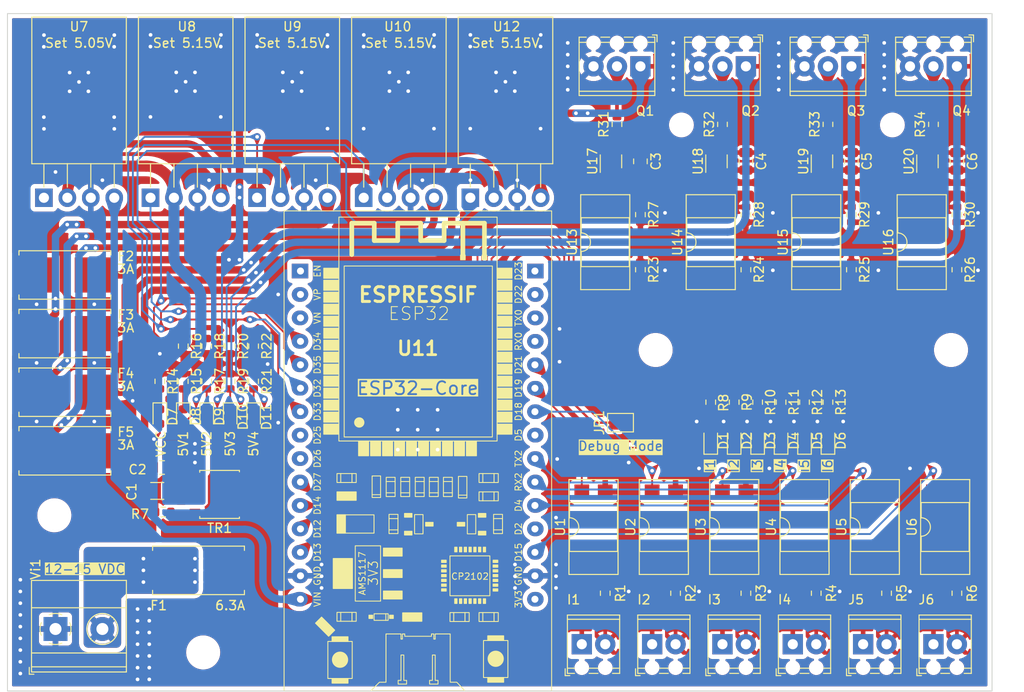
<source format=kicad_pcb>
(kicad_pcb (version 20221018) (generator pcbnew)
  (layers (0 "F.Cu" signal) (31 "B.Cu" signal) (34 "B.Paste" user) (35 "F.Paste" user) (36 "B.SilkS" user "B.Silkscreen") (37 "F.SilkS" user "F.Silkscreen") (38 "B.Mask" user) (39 "F.Mask" user) (44 "Edge.Cuts" user))
  (net 0 "")
  (net 1 "+12V")
  (net 2 "GND")
  (net 3 "5V_1")
  (net 4 "5V_2")
  (net 5 "5V_3")
  (net 6 "5V_4")
  (net 7 "I0")
  (net 8 "Net-(D1-A)")
  (net 9 "I1")
  (net 10 "Net-(D2-A)")
  (net 11 "I2")
  (net 12 "Net-(D3-A)")
  (net 13 "I3")
  (net 14 "Net-(D4-A)")
  (net 15 "I4")
  (net 16 "Net-(D5-A)")
  (net 17 "I5")
  (net 18 "Net-(D6-A)")
  (net 19 "Net-(D7-K)")
  (net 20 "5V_0")
  (net 21 "Net-(D8-K)")
  (net 22 "Net-(D9-K)")
  (net 23 "Net-(D10-K)")
  (net 24 "Net-(D11-K)")
  (net 25 "Net-(TR1-D)")
  (net 26 "Net-(Vi1-Pin_2)")
  (net 27 "Net-(U8-OUT)")
  (net 28 "Net-(U9-OUT)")
  (net 29 "Net-(U10-OUT)")
  (net 30 "Net-(U12-OUT)")
  (net 31 "Net-(I1-Pin_1)")
  (net 32 "Net-(I1-Pin_2)")
  (net 33 "Net-(I2-Pin_1)")
  (net 34 "Net-(I2-Pin_2)")
  (net 35 "Net-(J5-Pin_1)")
  (net 36 "Net-(J5-Pin_2)")
  (net 37 "Net-(J6-Pin_1)")
  (net 38 "Net-(J6-Pin_2)")
  (net 39 "Net-(I3-Pin_1)")
  (net 40 "Net-(I3-Pin_2)")
  (net 41 "Net-(I4-Pin_1)")
  (net 42 "Net-(I4-Pin_2)")
  (net 43 "Net-(JP1-B)")
  (net 44 "Net-(Q1-Pin_2)")
  (net 45 "Net-(R1-Pad2)")
  (net 46 "Net-(R2-Pad2)")
  (net 47 "Net-(R3-Pad2)")
  (net 48 "Net-(R4-Pad2)")
  (net 49 "Net-(R5-Pad2)")
  (net 50 "Net-(R6-Pad2)")
  (net 51 "EN0")
  (net 52 "EN1")
  (net 53 "EN2")
  (net 54 "EN3")
  (net 55 "Q0")
  (net 56 "Net-(R23-Pad2)")
  (net 57 "Q1")
  (net 58 "Net-(R24-Pad2)")
  (net 59 "Q2")
  (net 60 "Net-(R25-Pad2)")
  (net 61 "Q3")
  (net 62 "Net-(R26-Pad2)")
  (net 63 "Net-(R27-Pad1)")
  (net 64 "Net-(R28-Pad1)")
  (net 65 "Net-(R29-Pad1)")
  (net 66 "Net-(R30-Pad1)")
  (net 67 "Net-(R31-Pad1)")
  (net 68 "Net-(R32-Pad1)")
  (net 69 "Net-(R33-Pad1)")
  (net 70 "Net-(R34-Pad1)")
  (net 84 "Net-(Q2-Pin_2)")
  (net 85 "Net-(Q3-Pin_2)")
  (net 86 "Net-(Q4-Pin_2)")
  (net 87 "Net-(TR1-G)")
  (footprint "TerminalBlock_Phoenix:TerminalBlock_Phoenix_MPT-0,5-3-2.54_1x03_P2.54mm_Horizontal" (layer "F.Cu") (at 200.28 68.58 180)
    (fp_text reference "Q4")
    (fp_text value "Screw_Terminal_01x03")
  )
  (footprint "LED_SMD:LED_0603_1608Metric" (layer "F.Cu") (at 176.149 109.1185 90)
    (fp_text reference "D2")
    (fp_text value "Yellow")
  )
  (footprint "Resistor_SMD:R_0603_1608Metric" (layer "F.Cu") (at 176.149 104.966 90)
    (fp_text reference "R9")
    (fp_text value "1k5")
  )
  (footprint "LED_SMD:LED_0603_1608Metric" (layer "F.Cu") (at 181.229 109.1185 90)
    (fp_text reference "D4")
    (fp_text value "Yellow")
  )
  (footprint "Resistor_SMD:R_0603_1608Metric" (layer "F.Cu") (at 121.54 98.895 -90)
    (fp_text reference "R20")
    (fp_text value "10k")
  )
  (footprint "TerminalBlock_Phoenix:TerminalBlock_Phoenix_MPT-0,5-2-2.54_1x02_P2.54mm_Horizontal" (layer "F.Cu") (at 159.639 131.191)
    (fp_text reference "I1")
    (fp_text value "Screw_Terminal_01x02")
  )
  (footprint "TerminalBlock_Phoenix:TerminalBlock_Phoenix_MPT-0,5-3-2.54_1x03_P2.54mm_Horizontal" (layer "F.Cu") (at 165.99 68.58 180)
    (fp_text reference "Q1")
    (fp_text value "Screw_Terminal_01x03")
  )
  (footprint "Resistor_SMD:R_0603_1608Metric" (layer "F.Cu") (at 116.46 102.705 -90)
    (fp_text reference "R15")
    (fp_text value "1k5")
  )
  (footprint "Resistor_SMD:R_0603_1608Metric" (layer "F.Cu") (at 177.42 90.615 -90)
    (fp_text reference "R24")
    (fp_text value "680")
  )
  (footprint "LED_SMD:LED_0603_1608Metric" (layer "F.Cu") (at 183.769 109.1185 90)
    (fp_text reference "D5")
    (fp_text value "Yellow")
  )
  (footprint "LED_SMD:LED_0603_1608Metric" (layer "F.Cu") (at 173.609 109.1185 90)
    (fp_text reference "D1")
    (fp_text value "Yellow")
  )
  (footprint "Resistor_SMD:R_0603_1608Metric" (layer "F.Cu") (at 121.54 102.705 -90)
    (fp_text reference "R19")
    (fp_text value "1k5")
  )
  (footprint "Resistor_SMD:R_0603_1608Metric" (layer "F.Cu") (at 192.659 125.666 90)
    (fp_text reference "R5")
    (fp_text value "1k5")
  )
  (footprint "4Pin Vreg:Vreg_Module" (layer "F.Cu") (at 136.01 82.82)
    (fp_text reference "U10")
    (fp_text value "L7805")
  )
  (footprint "Capacitor_SMD:C_0805_2012Metric" (layer "F.Cu") (at 165.99 78.8725 -90)
    (fp_text reference "C3")
    (fp_text value "100n")
  )
  (footprint "MountingHole:MountingHole_3.2mm_M3" (layer "F.Cu") (at 102.489 117.221 -90)
    (fp_text reference "H5")
    (fp_text value "M3")
  )
  (footprint "Package_TO_SOT_SMD:LFPAK56" (layer "F.Cu") (at 120.394 114.96)
    (fp_text reference "TR1")
    (fp_text value "PSMP061-60YEX")
  )
  (footprint "Package_TO_SOT_SMD:SOT-353_SC-70-5" (layer "F.Cu") (at 174.23 78.8725 90)
    (fp_text reference "U18")
    (fp_text value "74AHCT1G08")
  )
  (footprint "Resistor_SMD:R_0603_1608Metric" (layer "F.Cu") (at 181.229 104.966 90)
    (fp_text reference "R11")
    (fp_text value "1k5")
  )
  (footprint "Package_TO_SOT_SMD:SOT-353_SC-70-5" (layer "F.Cu") (at 162.8 78.8725 90)
    (fp_text reference "U17")
    (fp_text value "74AHCT1G08")
  )
  (footprint "4Pin Vreg:Vreg_Module" (layer "F.Cu") (at 147.56 82.82)
    (fp_text reference "U12")
    (fp_text value "L7805")
  )
  (footprint "Capacitor_SMD:C_0805_2012Metric" (layer "F.Cu") (at 200.28 78.8725 -90)
    (fp_text reference "C6")
    (fp_text value "100n")
  )
  (footprint "TerminalBlock_Phoenix:TerminalBlock_Phoenix_MPT-0,5-2-2.54_1x02_P2.54mm_Horizontal" (layer "F.Cu") (at 174.879 131.191)
    (fp_text reference "I3")
    (fp_text value "Screw_Terminal_01x02")
  )
  (footprint "Resistor_SMD:R_0603_1608Metric" (layer "F.Cu") (at 200.28 84.645 -90)
    (fp_text reference "R30")
    (fp_text value "10k")
  )
  (footprint "Resistor_SMD:R_0603_1608Metric" (layer "F.Cu") (at 188.85 90.615 -90)
    (fp_text reference "R25")
    (fp_text value "680")
  )
  (footprint "LED_SMD:LED_0603_1608Metric" (layer "F.Cu") (at 186.309 109.1185 90)
    (fp_text reference "D6")
    (fp_text value "Yellow")
  )
  (footprint "Package_DIP:DIP-4_W7.62mm_SMDSocket_SmallPads" (layer "F.Cu") (at 199.008 118.491 90)
    (fp_text reference "U6")
    (fp_text value "LTV354")
  )
  (footprint "Resistor_SMD:R_0603_1608Metric" (layer "F.Cu") (at 200.279 125.666 90)
    (fp_text reference "R6")
    (fp_text value "1k5")
  )
  (footprint "TerminalBlock_Phoenix:TerminalBlock_Phoenix_MPT-0,5-2-2.54_1x02_P2.54mm_Horizontal" (layer "F.Cu") (at 197.739 131.191)
    (fp_text reference "J6")
    (fp_text value "Screw_Terminal_01x02")
  )
  (footprint "Package_TO_SOT_SMD:SOT-353_SC-70-5" (layer "F.Cu") (at 197.09 78.8725 90)
    (fp_text reference "U20")
    (fp_text value "74AHCT1G08")
  )
  (footprint "Package_DIP:DIP-4_W7.62mm_SMDSocket_SmallPads" (layer "F.Cu") (at 185.039 87.63 90)
    (fp_text reference "U15")
    (fp_text value "LTV354")
  )
  (footprint "4Pin Vreg:Vreg_Module" (layer "F.Cu") (at 101.36 82.82)
    (fp_text reference "U7")
    (fp_text value "L7805")
  )
  (footprint "TerminalBlock_Phoenix:TerminalBlock_Phoenix_MKDS-1,5-2-5.08_1x02_P5.08mm_Horizontal" (layer "F.Cu") (at 102.616 129.54)
    (fp_text reference "Vi1")
    (fp_text value "Screw_Terminal_01x02")
  )
  (footprint "MountingHole:MountingHole_2.2mm_M2" (layer "F.Cu") (at 170.434 74.93)
    (fp_text reference "H6")
    (fp_text value "M2")
  )
  (footprint "Resistor_SMD:R_0603_1608Metric" (layer "F.Cu") (at 124.08 102.705 -90)
    (fp_text reference "R21")
    (fp_text value "1k5")
  )
  (footprint "Capacitor_SMD:C_0805_2012Metric" (layer "F.Cu") (at 114.163 112.044 180)
    (fp_text reference "C2")
    (fp_text value "100n")
  )
  (footprint "Fuse:Fuseholder_Littelfuse_Nano2_154x" (layer "F.Cu") (at 103.632 91.186)
    (fp_text reference "F2")
    (fp_text value "3A")
  )
  (footprint "Resistor_SMD:R_0603_1608Metric" (layer "F.Cu") (at 169.799 125.666 90)
    (fp_text reference "R2")
    (fp_text value "1k5")
  )
  (footprint "Fuse:Fuseholder_Littelfuse_Nano2_154x" (layer "F.Cu") (at 103.632 110.236)
    (fp_text reference "F5")
    (fp_text value "3A")
  )
  (footprint "MountingHole:MountingHole_3.2mm_M3" (layer "F.Cu") (at 167.64 99.314 90)
    (fp_text reference "H4")
    (fp_text value "M3")
  )
  (footprint "Resistor_SMD:R_0603_1608Metric" (layer "F.Cu") (at 178.689 104.966 90)
    (fp_text reference "R10")
    (fp_text value "1k5")
  )
  (footprint "Resistor_SMD:R_0603_1608Metric" (layer "F.Cu") (at 200.28 90.615 -90)
    (fp_text reference "R26")
    (fp_text value "680")
  )
  (footprint "TerminalBlock_Phoenix:TerminalBlock_Phoenix_MPT-0,5-3-2.54_1x03_P2.54mm_Horizontal" (layer "F.Cu") (at 188.85 68.58 180)
    (fp_text reference "Q3")
    (fp_text value "Screw_Terminal_01x03")
  )
  (footprint "Package_DIP:DIP-4_W7.62mm_SMDSocket_SmallPads" (layer "F.Cu") (at 160.908 118.491 90)
    (fp_text reference "U1")
    (fp_text value "LTV354")
  )
  (footprint "Package_DIP:DIP-4_W7.62mm_SMDSocket_SmallPads" (layer "F.Cu") (at 168.528 118.491 90)
    (fp_text reference "U2")
    (fp_text value "LTV354")
  )
  (footprint "Resistor_SMD:R_0603_1608Metric" (layer "F.Cu") (at 116.46 98.895 -90)
    (fp_text reference "R16")
    (fp_text value "10k")
  )
  (footprint "Package_TO_SOT_SMD:SOT-353_SC-70-5" (layer "F.Cu") (at 185.66 78.8725 90)
    (fp_text reference "U19")
    (fp_text value "74AHCT1G08")
  )
  (footprint "Package_DIP:DIP-4_W7.62mm_SMDSocket_SmallPads" (layer "F.Cu") (at 162.179 87.63 90)
    (fp_text reference "U13")
    (fp_text value "LTV354")
  )
  (footprint "Resistor_SMD:R_0603_1608Metric" (layer "F.Cu") (at 183.769 104.966 90)
    (fp_text reference "R12")
    (fp_text value "1k5")
  )
  (footprint "Resistor_SMD:R_0603_1608Metric" (layer "F.Cu") (at 162.179 125.666 90)
    (fp_text reference "R1")
    (fp_text value "1k5")
  )
  (footprint "Resistor_SMD:R_0603_1608Metric" (layer "F.Cu") (at 185.039 125.666 90)
    (fp_text reference "R4")
    (fp_text value "1k5")
  )
  (footprint "Resistor_SMD:R_0603_1608Metric" (layer "F.Cu") (at 174.88 74.867 90)
    (fp_text reference "R32")
    (fp_text value "680")
  )
  (footprint "Resistor_SMD:R_0603_1608Metric" (layer "F.Cu") (at 186.31 74.867 90)
    (fp_text reference "R33")
    (fp_text value "680")
  )
  (footprint "MountingHole:MountingHole_3.2mm_M3" (layer "F.Cu") (at 118.618 132.08 -90)
    (fp_text reference "H1")
    (fp_text value "M3")
  )
  (footprint "Package_DIP:DIP-4_W7.62mm_SMDSocket_SmallPads" (layer "F.Cu") (at 173.609 87.63 90)
    (fp_text reference "U14")
    (fp_text value "LTV354")
  )
  (footprint "Capacitor_SMD:C_0805_2012Metric" (layer "F.Cu") (at 177.42 78.8725 -90)
    (fp_text reference "C4")
    (fp_text value "100n")
  )
  (footprint "Fuse:Fuseholder_Littelfuse_Nano2_154x" (layer "F.Cu") (at 103.632 97.536)
    (fp_text reference "F3")
    (fp_text value "3A")
  )
  (footprint "TerminalBlock_Phoenix:TerminalBlock_Phoenix_MPT-0,5-2-2.54_1x02_P2.54mm_Horizontal" (layer "F.Cu") (at 182.499 131.191)
    (fp_text reference "I4")
    (fp_text value "Screw_Terminal_01x02")
  )
  (footprint "MountingHole:MountingHole_2.2mm_M2" (layer "F.Cu") (at 193.294 74.93)
    (fp_text reference "H7")
    (fp_text value "M2")
  )
  (footprint "Resistor_SMD:R_0603_1608Metric" (layer "F.Cu") (at 113.92 102.705 -90)
    (fp_text reference "R14")
    (fp_text value "1k5")
  )
  (footprint "Resistor_SMD:R_0603_1608Metric" (layer "F.Cu") (at 165.99 84.645 -90)
    (fp_text reference "R27")
    (fp_text value "10k")
  )
  (footprint "Resistor_SMD:R_0603_1608Metric" (layer "F.Cu") (at 197.74 74.867 90)
    (fp_text reference "R34")
    (fp_text value "680")
  )
  (footprint "LED_SMD:LED_0603_1608Metric" (layer "F.Cu") (at 121.54 106.5275 -90)
    (fp_text reference "D10")
    (fp_text value "Yellow")
  )
  (footprint "Resistor_SMD:R_0603_1608Metric" (layer "F.Cu") (at 177.42 84.645 -90)
    (fp_text reference "R28")
    (fp_text value "10k")
  )
  (footprint "LED_SMD:LED_0603_1608Metric" (layer "F.Cu") (at 124.08 106.5275 -90)
    (fp_text reference "D11")
    (fp_text value "Yellow")
  )
  (footprint "LED_SMD:LED_0603_1608Metric" (layer "F.Cu") (at 113.92 106.5275 -90)
    (fp_text reference "D7")
    (fp_text value "Yellow")
  )
  (footprint "Capacitor_SMD:C_0805_2012Metric" (layer "F.Cu") (at 188.85 78.8725 -90)
    (fp_text reference "C5")
    (fp_text value "100n")
  )
  (footprint "Resistor_SMD:R_0603_1608Metric" (layer "F.Cu") (at 119 102.705 -90)
    (fp_text reference "R17")
    (fp_text value "1k5")
  )
  (footprint "Resistor_SMD:R_0603_1608Metric" (layer "F.Cu") (at 165.99 90.615 -90)
    (fp_text reference "R23")
    (fp_text value "680")
  )
  (footprint "TerminalBlock_Phoenix:TerminalBlock_Phoenix_MPT-0,5-2-2.54_1x02_P2.54mm_Horizontal" (layer "F.Cu") (at 190.119 131.191)
    (fp_text reference "J5")
    (fp_text value "Screw_Terminal_01x02")
  )
  (footprint "Package_DIP:DIP-4_W7.62mm_SMDSocket_SmallPads" (layer "F.Cu") (at 196.469 87.63 90)
    (fp_text reference "U16")
    (fp_text value "LTV354")
  )
  (footprint "Resistor_SMD:R_0603_1608Metric" (layer "F.Cu") (at 188.85 84.645 -90)
    (fp_text reference "R29")
    (fp_text value "10k")
  )
  (footprint "Resistor_SMD:R_0603_1608Metric" (layer "F.Cu") (at 186.309 104.966 90)
    (fp_text reference "R13")
    (fp_text value "1k5")
  )
  (footprint "TerminalBlock_Phoenix:TerminalBlock_Phoenix_MPT-0,5-3-2.54_1x03_P2.54mm_Horizontal" (layer "F.Cu") (at 177.42 68.58 180)
    (fp_text reference "Q2")
    (fp_text value "Screw_Terminal_01x03")
  )
  (footprint "Package_DIP:DIP-4_W7.62mm_SMDSocket_SmallPads" (layer "F.Cu") (at 183.768 118.491 90)
    (fp_text reference "U4")
    (fp_text value "LTV354")
  )
  (footprint "4Pin Vreg:Vreg_Module" (layer "F.Cu") (at 112.91 82.82)
    (fp_text reference "U8")
    (fp_text value "L7805")
  )
  (footprint "Package_DIP:DIP-4_W7.62mm_SMDSocket_SmallPads" (layer "F.Cu") (at 176.148 118.491 90)
    (fp_text reference "U3")
    (fp_text value "LTV354")
  )
  (footprint "MountingHole:MountingHole_3.2mm_M3" (layer "F.Cu") (at 199.644 99.314 90)
    (fp_text reference "H3")
    (fp_text value "M3")
  )
  (footprint "Resistor_SMD:R_0603_1608Metric" (layer "F.Cu") (at 177.419 125.666 90)
    (fp_text reference "R3")
    (fp_text value "1k5")
  )
  (footprint "Resistor_SMD:R_0603_1608Metric" (layer "F.Cu") (at 173.609 104.966 90)
    (fp_text reference "R8")
    (fp_text value "1k5")
  )
  (footprint "LED_SMD:LED_0603_1608Metric" (layer "F.Cu") (at 178.689 109.1185 90)
    (fp_text reference "D3")
    (fp_text value "Yellow")
  )
  (footprint "Resistor_SMD:R_0603_1608Metric" (layer "F.Cu") (at 124.08 98.895 -90)
    (fp_text reference "R22")
    (fp_text value "10k")
  )
  (footprint "LED_SMD:LED_0603_1608Metric" (layer "F.Cu") (at 119 106.5275 -90)
    (fp_text reference "D9")
    (fp_text value "Yellow")
  )
  (footprint "Package_DIP:DIP-4_W7.62mm_SMDSocket_SmallPads" (layer "F.Cu") (at 191.388 118.491 90)
    (fp_text reference "U5")
    (fp_text value "LTV354")
  )
  (footprint "LED_SMD:LED_0603_1608Metric" (layer "F.Cu") (at 116.46 106.5275 -90)
    (fp_text reference "D8")
    (fp_text value "Yellow")
  )
  (footprint "Fuse:Fuseholder_Littelfuse_Nano2_154x" (layer "F.Cu") (at 103.632 103.886)
    (fp_text reference "F4")
    (fp_text value "3A")
  )
  (footprint "Resistor_SMD:R_0603_1608Metric" (layer "F.Cu") (at 119 98.895 -90)
    (fp_text reference "R18")
    (fp_text value "10k")
  )
  (footprint "4Pin Vreg:Vreg_Module" (layer "F.Cu") (at 124.46 82.82)
    (fp_text reference "U9")
    (fp_text value "L7805")
  )
  (footprint "Resistor_SMD:R_0603_1608Metric" (layer "F.Cu") (at 114.288 116.87)
    (fp_text reference "R7")
    (fp_text value "10k")
  )
  (footprint "Resistor_SMD:R_0603_1608Metric" (layer "F.Cu") (at 163.45 74.867 90)
    (fp_text reference "R31")
    (fp_text value "680")
  )
  (footprint "ESP32-Devkit:ESP32-Devkit-30p" (layer "F.Cu") (at 129.159 126.3175)
    (fp_text reference "U11")
    (fp_text value "ESP32-30Pin-DevKit" hide)
  )
  (footprint "TerminalBlock_Phoenix:TerminalBlock_Phoenix_MPT-0,5-2-2.54_1x02_P2.54mm_Horizontal" (layer "F.Cu") (at 167.259 131.191)
    (fp_text reference "I2")
    (fp_text value "Screw_Terminal_01x02")
  )
  (footprint "Capacitor_SMD:C_1206_3216Metric" (layer "F.Cu") (at 113.638 114.582 180)
    (fp_text reference "C1")
    (fp_text value "100u")
  )
  (footprint "Fuse:Fuseholder_Littelfuse_Nano2_154x" (layer "F.Cu") (at 118.11 123.19 180)
    (fp_text reference "F1")
    (fp_text value "6.3A")
  )
  (footprint "Jumper:SolderJumper-2_P1.3mm_Open_TrianglePad1.0x1.5mm" (layer "F.Cu") (at 163.83 107.188 180)
    (fp_text reference "JP1")
    (fp_text value "Mode_DBG")
  )
  (gr_rect (start 97.409 62.865) (end 204.089 136.255) (stroke (width 0.1)) (fill none) (layer "Edge.Cuts"))
  (segment (start 115.45 82.391) (end 115.45 82.82) (width 1.2) (layer "F.Cu") (net 1))
  (segment (start 127 82.01) (end 127 82.82) (width 1.2) (layer "F.Cu") (net 1))
  (segment (start 106.9 79.391) (end 112.45 79.391) (width 1.2) (layer "F.Cu") (net 1))
  (segment (start 138.55 82.82) (end 138.55 82.01) (width 1.2) (layer "F.Cu") (net 1))
  (segment (start 135.55 79.01) (end 130 79.01) (width 1.2) (layer "F.Cu") (net 1))
  (segment (start 103.9 82.82) (end 103.9 82.391) (width 1.2) (layer "F.Cu") (net 1))
  (via (at 117.724 111.506) (size 0.8) (drill 0.4) (layers "F.Cu" "B.Cu") (net 1))
  (via (at 117.724 110.49) (size 0.8) (drill 0.4) (layers "F.Cu" "B.Cu") (net 1))
  (via (at 117.724 109.474) (size 0.8) (drill 0.4) (layers "F.Cu" "B.Cu") (net 1))
  (arc (start 115.45 82.391) (mid 114.57132 80.26968) (end 112.45 79.391) (width 1.2) (layer "F.Cu") (net 1))
  (arc (start 103.9 82.391) (mid 104.77868 80.26968) (end 106.9 79.391) (width 1.2) (layer "F.Cu") (net 1))
  (arc (start 130 79.01) (mid 127.87868 79.88868) (end 127 82.01) (width 1.2) (layer "F.Cu") (net 1))
  (arc (start 135.55 79.01) (mid 137.67132 79.88868) (end 138.55 82.01) (width 1.2) (layer "F.Cu") (net 1))
  (segment (start 115.45 83.82) (end 115.45 89.094573) (width 1.2) (layer "B.Cu") (net 1))
  (segment (start 116.254213 79.595787) (end 116.035786 79.814214) (width 1.2) (layer "B.Cu") (net 1))
  (segment (start 117.724 109.088) (end 117.724 109.474) (width 1.2) (layer "B.Cu") (net 1))
  (segment (start 117.724 109.088) (end 117.724 110.49) (width 1.2) (layer "B.Cu") (net 1))
  (segment (start 115.316 106.68) (end 117.724 109.088) (width 1.2) (layer "B.Cu") (net 1))
  (segment (start 127 82.82) (end 127 81.108427) (width 1.2) (layer "B.Cu") (net 1))
  (segment (start 118.364 93.665427) (end 118.364 98.485573) (width 1.2) (layer "B.Cu") (net 1))
  (segment (start 115.316 102.362) (end 115.316 106.68) (width 1.2) (layer "B.Cu") (net 1))
  (segment (start 116.035787 90.508787) (end 117.778214 92.251214) (width 1.2) (layer "B.Cu") (net 1))
  (segment (start 150.1 82.01) (end 150.1 82.82) (width 1.2) (layer "B.Cu") (net 1))
  (segment (start 124.901573 79.01) (end 117.668427 79.01) (width 1.2) (layer "B.Cu") (net 1))
  (segment (start 117.778213 99.899787) (end 115.316 102.362) (width 1.2) (layer "B.Cu") (net 1))
  (segment (start 117.724 110.49) (end 117.724 111.506) (width 1.2) (layer "B.Cu") (net 1))
  (segment (start 138.55 82.82) (end 138.55 82.01) (width 1.2) (layer "B.Cu") (net 1))
  (segment (start 115.45 81.228427) (end 115.45 82.82) (width 1.2) (layer "B.Cu") (net 1))
  (segment (start 141.55 79.01) (end 147.1 79.01) (width 1.2) (layer "B.Cu") (net 1))
  (segment (start 126.414213 79.694213) (end 126.315786 79.595786) (width 1.2) (layer "B.Cu") (net 1))
  (arc (start 116.035786 79.814214) (mid 115.602241 80.46306) (end 115.45 81.228427) (width 1.2) (layer "B.Cu") (net 1))
  (arc (start 150.1 82.01) (mid 149.22132 79.88868) (end 147.1 79.01) (width 1.2) (layer "B.Cu") (net 1))
  (arc (start 118.364 98.485573) (mid 118.211759 99.25094) (end 117.778213 99.899787) (width 1.2) (layer "B.Cu") (net 1))
  (arc (start 138.55 82.01) (mid 139.42868 79.88868) (end 141.55 79.01) (width 1.2) (layer "B.Cu") (net 1))
  (arc (start 116.254213 79.595787) (mid 116.90306 79.162241) (end 117.668427 79.01) (width 1.2) (layer "B.Cu") (net 1))
  (arc (start 124.901573 79.01) (mid 125.66694 79.162241) (end 126.315786 79.595786) (width 1.2) (layer "B.Cu") (net 1))
  (arc (start 116.035787 90.508787) (mid 115.602241 89.85994) (end 115.45 89.094573) (width 1.2) (layer "B.Cu") (net 1))
  (arc (start 117.778214 92.251214) (mid 118.211759 92.90006) (end 118.364 93.665427) (width 1.2) (layer "B.Cu") (net 1))
  (arc (start 127 81.108427) (mid 126.847759 80.34306) (end 126.414213 79.694213) (width 1.2) (layer "B.Cu") (net 1))
  (segment (start 152.379 69.234) (end 152.379 69.234) (width 0.4) (layer "F.Cu") (net 2))
  (segment (start 101.367 75.3524) (end 101.353 74.0824) (width 0.4) (layer "F.Cu") (net 2))
  (segment (start 147.567 65.17) (end 147.553 66.44) (width 0.4) (layer "F.Cu") (net 2))
  (segment (start 152.379 69.234) (end 155.173 66.44) (width 0.4) (layer "F.Cu") (net 2))
  (segment (start 127.247 69.234) (end 127.247 69.234) (width 0.4) (layer "F.Cu") (net 2))
  (segment (start 108.987 66.4484) (end 108.987 65.1924) (width 0.4) (layer "F.Cu") (net 2))
  (segment (start 106.179 71.2884) (end 106.179 71.2884) (width 0.4) (layer "F.Cu") (net 2))
  (segment (start 120.523 74.06) (end 120.523 74.06) (width 0.4) (layer "F.Cu") (net 2))
  (segment (start 150.347 69.234) (end 150.347 69.234) (width 0.4) (layer "F.Cu") (net 2))
  (segment (start 147.567 66.454) (end 150.347 69.234) (width 0.4) (layer "F.Cu") (net 2))
  (segment (start 108.973 66.4624) (end 108.973 66.4624) (width 0.4) (layer "F.Cu") (net 2))
  (segment (start 127.247 71.266) (end 127.247 71.266) (width 0.4) (layer "F.Cu") (net 2))
  (segment (start 101.353 74.0824) (end 101.367 74.0684) (width 0.4) (layer "F.Cu") (net 2))
  (segment (start 116.713 70.25) (end 117.729 69.234) (width 0.4) (layer "F.Cu") (net 2))
  (segment (start 129.279 71.266) (end 128.263 70.25) (width 0.4) (layer "F.Cu") (net 2))
  (segment (start 108.987 74.0964) (end 108.973 74.0824) (width 0.4) (layer "F.Cu") (net 2))
  (segment (start 152.379 71.266) (end 152.379 71.266) (width 0.4) (layer "F.Cu") (net 2))
  (segment (start 108.973 74.0824) (end 108.973 74.0824) (width 0.4) (layer "F.Cu") (net 2))
  (segment (start 120.537 66.426) (end 120.537 65.17) (width 0.4) (layer "F.Cu") (net 2))
  (segment (start 152.379 71.266) (end 152.379 71.266) (width 0.4) (layer "F.Cu") (net 2))
  (segment (start 129.279 71.266) (end 129.279 71.266) (width 0.4) (layer "F.Cu") (net 2))
  (segment (start 152.379 69.234) (end 152.379 69.234) (width 0.4) (layer "F.Cu") (net 2))
  (segment (start 112.903 66.44) (end 112.917 66.454) (width 0.4) (layer "F.Cu") (net 2))
  (segment (start 115.697 69.234) (end 116.713 70.25) (width 0.4) (layer "F.Cu") (net 2))
  (segment (start 106.179 71.2884) (end 106.179 71.2884) (width 0.4) (layer "F.Cu") (net 2))
  (segment (start 140.829 71.266) (end 140.829 71.266) (width 0.4) (layer "F.Cu") (net 2))
  (segment (start 155.173 66.44) (end 155.173 66.44) (width 0.4) (layer "F.Cu") (net 2))
  (segment (start 108.973 66.4624) (end 108.973 66.4624) (width 0.4) (layer "F.Cu") (net 2))
  (segment (start 138.797 71.266) (end 139.813 70.25) (width 0.4) (layer "F.Cu") (net 2))
  (segment (start 104.147 69.2564) (end 104.147 69.2564) (width 0.4) (layer "F.Cu") (net 2))
  (segment (start 108.987 75.3524) (end 108.987 74.0964) (width 0.4) (layer "F.Cu") (net 2))
  (segment (start 136.003 66.44) (end 136.017 66.454) (width 0.4) (layer "F.Cu") (net 2))
  (segment (start 117.729 69.234) (end 117.729 69.234) (width 0.4) (layer "F.Cu") (net 2))
  (segment (start 150.347 69.234) (end 151.363 70.25) (width 0.4) (layer "F.Cu") (net 2))
  (segment (start 129.279 69.234) (end 132.073 66.44) (width 0.4) (layer "F.Cu") (net 2))
  (segment (start 112.903 74.06) (end 112.917 74.046) (width 0.4) (layer "F.Cu") (net 2))
  (segment (start 140.829 69.234) (end 140.829 69.234) (width 0.4) (layer "F.Cu") (net 2))
  (segment (start 143.637 66.426) (end 143.637 65.17) (width 0.4) (layer "F.Cu") (net 2))
  (segment (start 139.813 70.25) (end 140.829 69.234) (width 0.4) (layer "F.Cu") (net 2))
  (segment (start 106.179 69.2564) (end 108.973 66.4624) (width 0.4) (layer "F.Cu") (net 2))
  (segment (start 138.797 69.234) (end 138.797 69.234) (width 0.4) (layer "F.Cu") (net 2))
  (segment (start 112.917 66.454) (end 115.697 69.234) (width 0.4) (layer "F.Cu") (net 2))
  (segment (start 163.45 79.8225) (end 165.99 79.8225) (width 0.2) (layer "F.Cu") (net 2))
  (segment (start 101.367 74.0684) (end 104.147 71.2884) (width 0.4) (layer "F.Cu") (net 2))
  (segment (start 101.367 65.1924) (end 101.353 66.4624) (width 0.4) (layer "F.Cu") (net 2))
  (segment (start 143.623 66.44) (end 143.623 66.44) (width 0.4) (layer "F.Cu") (net 2))
  (segment (start 101.367 66.4764) (end 104.147 69.2564) (width 0.4) (layer "F.Cu") (net 2))
  (segment (start 115.697 69.234) (end 115.697 69.234) (width 0.4) (layer "F.Cu") (net 2))
  (segment (start 155.187 66.426) (end 155.187 65.17) (width 0.4) (layer "F.Cu") (net 2))
  (segment (start 117.729 69.234) (end 117.729 69.234) (width 0.4) (layer "F.Cu") (net 2))
  (segment (start 124.467 65.17) (end 124.453 66.44) (width 0.4) (layer "F.Cu") (net 2))
  (segment (start 129.279 71.266) (end 129.279 71.266) (width 0.4) (layer "F.Cu") (net 2))
  (segment (start 136.017 66.454) (end 138.797 69.234) (width 0.4) (layer "F.Cu") (net 2))
  (segment (start 143.623 66.44) (end 143.637 66.426) (width 0.4) (layer "F.Cu") (net 2))
  (segment (start 132.087 66.426) (end 132.087 65.17) (width 0.4) (layer "F.Cu") (net 2))
  (segment (start 127.247 71.266) (end 128.263 70.25) (width 0.4) (layer "F.Cu") (net 2))
  (segment (start 117.729 71.266) (end 117.729 71.266) (width 0.4) (layer "F.Cu") (net 2))
  (segment (start 115.697 71.266) (end 116.713 70.25) (width 0.4) (layer "F.Cu") (net 2))
  (segment (start 115.697 69.234) (end 115.697 69.234) (width 0.4) (layer "F.Cu") (net 2))
  (segment (start 115.697 71.266) (end 115.697 71.266) (width 0.4) (layer "F.Cu") (net 2))
  (segment (start 155.173 66.44) (end 155.173 66.44) (width 0.4) (layer "F.Cu") (net 2))
  (segment (start 106.179 69.2564) (end 106.179 69.2564) (width 0.4) (layer "F.Cu") (net 2))
  (segment (start 129.279 69.234) (end 129.279 69.234) (width 0.4) (layer "F.Cu") (net 2))
  (segment (start 136.017 65.17) (end 136.003 66.44) (width 0.4) (layer "F.Cu") (net 2))
  (segment (start 138.797 71.266) (end 138.797 71.266) (width 0.4) (layer "F.Cu") (net 2))
  (segment (start 129.279 69.234) (end 129.279 69.234) (width 0.4) (layer "F.Cu") (net 2))
  (segment (start 150.347 71.266) (end 151.363 70.25) (width 0.4) (layer "F.Cu") (net 2))
  (segment (start 138.797 71.266) (end 138.797 71.266) (width 0.4) (layer "F.Cu") (net 2))
  (segment (start 106.179 69.2564) (end 106.179 69.2564) (width 0.4) (layer "F.Cu") (net 2))
  (segment (start 112.917 65.17) (end 112.903 66.44) (width 0.4) (layer "F.Cu") (net 2))
  (segment (start 127.247 71.266) (end 127.247 71.266) (width 0.4) (layer "F.Cu") (net 2))
  (segment (start 104.147 69.2564) (end 104.147 69.2564) (width 0.4) (layer "F.Cu") (net 2))
  (segment (start 124.467 66.454) (end 127.247 69.234) (width 0.4) (layer "F.Cu") (net 2))
  (segment (start 104.147 69.2564) (end 105.163 70.2724) (width 0.4) (layer "F.Cu") (net 2))
  (segment (start 147.553 66.44) (end 147.567 66.454) (width 0.4) (layer "F.Cu") (net 2))
  (segment (start 108.973 74.0824) (end 106.179 71.2884) (width 0.4) (layer "F.Cu") (net 2))
  (segment (start 120.537 74.074) (end 120.523 74.06) (width 0.4) (layer "F.Cu") (net 2))
  (segment (start 115.697 71.266) (end 115.697 71.266) (width 0.4) (layer "F.Cu") (net 2))
  (segment (start 150.347 69.234) (end 150.347 69.234) (width 0.4) (layer "F.Cu") (net 2))
  (segment (start 101.353 66.4624) (end 101.367 66.4764) (width 0.4) (layer "F.Cu") (net 2))
  (segment (start 200.28 79.8225) (end 197.74 79.8225) (width 0.2) (layer "F.Cu") (net 2))
  (segment (start 127.247 69.234) (end 128.263 70.25) (width 0.4) (layer "F.Cu") (net 2))
  (segment (start 132.073 66.44) (end 132.073 66.44) (width 0.4) (layer "F.Cu") (net 2))
  (segment (start 104.147 71.2884) (end 105.163 70.2724) (width 0.4) (layer "F.Cu") (net 2))
  (segment (start 128.263 70.25) (end 129.279 69.234) (width 0.4) (layer "F.Cu") (net 2))
  (segment (start 140.829 69.234) (end 140.829 69.234) (width 0.4) (layer "F.Cu") (net 2))
  (segment (start 120.523 66.44) (end 120.523 66.44) (width 0.4) (layer "F.Cu") (net 2))
  (segment (start 108.973 74.0824) (end 108.973 74.0824) (width 0.4) (layer "F.Cu") (net 2))
  (segment (start 186.31 79.8225) (end 188.85 79.8225) (width 0.2) (layer "F.Cu") (net 2))
  (segment (start 117.729 69.234) (end 120.523 66.44) (width 0.4) (layer "F.Cu") (net 2))
  (segment (start 106.179 71.2884) (end 105.163 70.2724) (width 0.4) (layer "F.Cu") (net 2))
  (segment (start 132.073 66.44) (end 132.087 66.426) (width 0.4) (layer "F.Cu") (net 2))
  (segment (start 124.453 66.44) (end 124.467 66.454) (width 0.4) (layer "F.Cu") (net 2))
  (segment (start 138.797 69.234) (end 138.797 69.234) (width 0.4) (layer "F.Cu") (net 2))
  (segment (start 117.729 71.266) (end 116.713 70.25) (width 0.4) (layer "F.Cu") (net 2))
  (segment (start 152.379 71.266) (end 151.363 70.25) (width 0.4) (layer "F.Cu") (net 2))
  (segment (start 127.247 69.234) (end 127.247 69.234) (width 0.4) (layer "F.Cu") (net 2))
  (segment (start 143.623 66.44) (end 143.623 66.44) (width 0.4) (layer "F.Cu") (net 2))
  (segment (start 138.797 69.234) (end 139.813 70.25) (width 0.4) (layer "F.Cu") (net 2))
  (segment (start 140.829 71.266) (end 139.813 70.25) (width 0.4) (layer "F.Cu") (net 2))
  (segment (start 108.973 66.4624) (end 108.987 66.4484) (width 0.4) (layer "F.Cu") (net 2))
  (segment (start 132.073 66.44) (end 132.073 66.44) (width 0.4) (layer "F.Cu") (net 2))
  (segment (start 120.523 66.44) (end 120.537 66.426) (width 0.4) (layer "F.Cu") (net 2))
  (segment (start 140.829 69.234) (end 143.623 66.44) (width 0.4) (layer "F.Cu") (net 2))
  (segment (start 104.147 71.2884) (end 104.147 71.2884) (width 0.4) (layer "F.Cu") (net 2))
  (segment (start 150.347 71.266) (end 150.347 71.266) (width 0.4) (layer "F.Cu") (net 2))
  (segment (start 151.363 70.25) (end 152.379 69.234) (width 0.4) (layer "F.Cu") (net 2))
  (segment (start 120.523 74.06) (end 117.729 71.266) (width 0.4) (layer "F.Cu") (net 2))
  (segment (start 120.523 74.06) (end 120.523 74.06) (width 0.4) (layer "F.Cu") (net 2))
  (segment (start 117.729 71.266) (end 117.729 71.266) (width 0.4) (layer "F.Cu") (net 2))
  (segment (start 177.42 79.8225) (end 174.88 79.8225) (width 0.2) (layer "F.Cu") (net 2))
  (segment (start 105.163 70.2724) (end 106.179 69.2564) (width 0.4) (layer "F.Cu") (net 2))
  (segment (start 104.147 71.2884) (end 104.147 71.2884) (width 0.4) (layer "F.Cu") (net 2))
  (segment (start 155.173 66.44) (end 155.187 66.426) (width 0.4) (layer "F.Cu") (net 2))
  (segment (start 112.917 74.046) (end 115.697 71.266) (width 0.4) (layer "F.Cu") (net 2))
  (segment (start 140.829 71.266) (end 140.829 71.266) (width 0.4) (layer "F.Cu") (net 2))
  (segment (start 150.347 71.266) (end 150.347 71.266) (width 0.4) (layer "F.Cu") (net 2))
  (segment (start 120.523 66.44) (end 120.523 66.44) (width 0.4) (layer "F.Cu") (net 2))
  (via (at 127.247 71.266) (size 0.8) (drill 0.4) (layers "F.Cu" "B.Cu") (net 2))
  (via (at 152.4 123.825) (size 0.8) (drill 0.4) (layers "F.Cu" "B.Cu") (net 2))
  (via (at 131.445 125.095) (size 0.8) (drill 0.4) (layers "F.Cu" "B.Cu") (net 2))
  (via (at 112.903 74.06) (size 0.8) (drill 0.4) (layers "F.Cu" "B.Cu") (net 2))
  (via (at 112.776 127.381) (size 0.8) (drill 0.4) (layers "F.Cu" "B.Cu") (net 2))
  (via (at 112.903 66.44) (size 0.8) (drill 0.4) (layers "F.Cu" "B.Cu") (net 2))
  (via (at 120.523 74.06) (size 0.8) (drill 0.4) (layers "F.Cu" "B.Cu") (net 2))
  (via (at 179.958 112.141) (size 0.8) (drill 0.4) (layers "F.Cu" "B.Cu") (net 2))
  (via (at 136.017 65.17) (size 0.8) (drill 0.4) (layers "F.Cu" "B.Cu") (net 2))
  (via (at 111.506 129.921) (size 0.8) (drill 0.4) (layers "F.Cu" "B.Cu") (net 2))
  (via (at 180.975 71.12) (size 0.8) (drill 0.4) (layers "F.Cu" "B.Cu") (net 2))
  (via (at 158.115 69.85) (size 0.8) (drill 0.4) (layers "F.Cu" "B.Cu") (net 2))
  (via (at 142.367 80.915) (size 0.8) (drill 0.4) (layers "F.Cu" "B.Cu") (net 2))
  (via (at 117.729 71.266) (size 0.8) (drill 0.4) (layers "F.Cu" "B.Cu") (net 2))
  (via (at 112.776 128.651) (size 0.8) (drill 0.4) (layers "F.Cu" "B.Cu") (net 2))
  (via (at 112.776 132.461) (size 0.8) (drill 0.4) (layers "F.Cu" "B.Cu") (net 2))
  (via (at 131.445 123.825) (size 0.8) (drill 0.4) (layers "F.Cu" "B.Cu") (net 2))
  (via (at 98.806 126.746) (size 0.8) (drill 0.4) (layers "F.Cu" "B.Cu") (net 2))
  (via (at 100.5695 100.711) (size 0.8) (drill 0.4) (layers "F.Cu" "B.Cu") (net 2))
  (via (at 187.959 107.061) (size 0.8) (drill 0.4) (layers "F.Cu" "B.Cu") (net 2))
  (via (at 131.445 122.555) (size 0.8) (drill 0.4) (layers "F.Cu" "B.Cu") (net 2))
  (via (at 180.975 67.31) (size 0.8) (drill 0.4) (layers "F.Cu" "B.Cu") (net 2))
  (via (at 169.545 68.58) (size 0.8) (drill 0.4) (layers "F.Cu" "B.Cu") (net 2))
  (via (at 138.797 69.234) (size 0.8) (drill 0.4) (layers "F.Cu" "B.Cu") (net 2))
  (via (at 144.018 105.791) (size 0.8) (drill 0.4) (layers "F.Cu" "B.Cu") (net 2))
  (via (at 129.279 69.234) (size 0.8) (drill 0.4) (layers "F.Cu" "B.Cu") (net 2))
  (via (at 98.806 130.556) (size 0.8) (drill 0.4) (layers "F.Cu" "B.Cu") (net 2))
  (via (at 106.8195 94.361) (size 0.8) (drill 0.4) (layers "F.Cu" "B.Cu") (net 2))
  (via (at 100.5695 94.361) (size 0.8) (drill 0.4) (layers "F.Cu" "B.Cu") (net 2))
  (via (at 126.746 107.188) (size 0.8) (drill 0.4) (layers "F.Cu" "B.Cu") (net 2))
  (via (at 158.115 66.04) (size 0.8) (drill 0.4) (layers "F.Cu" "B.Cu") (net 2))
  (via (at 147.553 75.33) (size 0.8) (drill 0.4) (layers "F.Cu" "B.Cu") (net 2))
  (via (at 156.845 117.475) (size 0.8) (drill 0.4) (layers "F.Cu" "B.Cu") (net 2))
  (via (at 155.173 75.33) (size 0.8) (drill 0.4) (layers "F.Cu" "B.Cu") (net 2))
  (via (at 136.003 66.44) (size 0.8) (drill 0.4) (layers "F.Cu" "B.Cu") (net 2))
  (via (at 141.86 107.95) (size 0.8) (drill 0.4) (layers "F.Cu" "B.Cu") (net 2))
  (via (at 120.523 66.44) (size 0.8) (drill 0.4) (layers "F.Cu" "B.Cu") (net 2))
  (via (at 132.087 65.17) (size 0.8) (drill 0.4) (layers "F.Cu" "B.Cu") (net 2))
  (via (at 98.806 134.366) (size 0.8) (drill 0.4) (layers "F.Cu" "B.Cu") (net 2))
  (via (at 143.623 66.44) (size 0.8) (drill 0.4) (layers "F.Cu" "B.Cu") (net 2))
  (via (at 108.973 66.4624) (size 0.8) (drill 0.4) (layers "F.Cu" "B.Cu") (net 2))
  (via (at 202.565 90.678) (size 0.8) (drill 0.4) (layers "F.Cu" "B.Cu") (net 2))
  (via (at 152.4 122.555) (size 0.8) (drill 0.4) (layers "F.Cu" "B.Cu") (net 2))
  (via (at 141.859 110.109) (size 0.8) (drill 0.4) (layers "F.Cu" "B.Cu") (net 2))
  (via (at 113.92 99.72) (size 0.8) (drill 0.4) (layers "F.Cu" "B.Cu") (net 2))
  (via (at 108.973 74.0824) (size 0.8) (drill 0.4) (layers "F.Cu" "B.Cu") (net 2))
  (via (at 152.379 69.234) (size 0.8) (drill 0.4) (layers "F.Cu" "B.Cu") (net 2))
  (via (at 150.347 71.266) (size 0.8) (drill 0.4) (layers "F.Cu" "B.Cu") (net 2))
  (via (at 130.81 80.915) (size 0.8) (drill 0.4) (layers "F.Cu" "B.Cu") (net 2))
  (via (at 152.654 80.915) (size 0.8) (drill 0.4) (layers "F.Cu" "B.Cu") (net 2))
  (via (at 169.545 66.04) (size 0.8) (drill 0.4) (layers "F.Cu" "B.Cu") (net 2))
  (via (at 139.701 105.791) (size 0.8) (drill 0.4) (layers "F.Cu" "B.Cu") (net 2))
  (via (at 179.958 125.476) (size 0.8) (drill 0.4) (layers "F.Cu" "B.Cu") (net 2))
  (via (at 180.34 84.455) (size 0.8) (drill 0.4) (layers "F.Cu" "B.Cu") (net 2))
  (via (at 156.972 111.125) (size 0.8) (drill 0.4) (layers "F.Cu" "B.Cu") (net 2))
  (via (at 126.746 93.2975) (size 0.8) (drill 0.4) (layers "F.Cu" "B.Cu") (net 2))
  (via (at 152.4 125.095) (size 0.8) (drill 0.4) (layers "F.Cu" "B.Cu") (net 2))
  (via (at 98.806 131.826) (size 0.8) (drill 0.4) (layers "F.Cu" "B.Cu") (net 2))
  (via (at 158.115 68.58) (size 0.8) (drill 0.4) (layers "F.Cu" "B.Cu") (net 2))
  (via (at 129.279 71.266) (size 0.8) (drill 0.4) (layers "F.Cu" "B.Cu") (net 2))
  (via (at 98.806 129.286) (size 0.8) (drill 0.4) (layers "F.Cu" "B.Cu") (net 2))
  (via (at 107.696 80.915) (size 0.8) (drill 0.4) (layers "F.Cu" "B.Cu") (net 2))
  (via (at 117.729 69.234) (size 0.8) (drill 0.4) (layers "F.Cu" "B.Cu") (net 2))
  (via (at 111.506 127.381) (size 0.8) (drill 0.4) (layers "F.Cu" "B.Cu") (net 2))
  (via (at 136.003 75.33) (size 0.8) (drill 0.4) (layers "F.Cu" "B.Cu") (net 2))
  (via (at 115.697 69.234) (size 0.8) (drill 0.4) (layers "F.Cu" "B.Cu") (net 2))
  (via (at 108.987 75.3524) (size 0.8) (drill 0.4) (layers "F.Cu" "B.Cu") (net 2))
  (via (at 112.776 131.191) (size 0.8) (drill 0.4) (layers "F.Cu" "B.Cu") (net 2))
  (via (at 192.405 71.12) (size 0.8) (drill 0.4) (layers "F.Cu" "B.Cu") (net 2))
  (via (at 147.574 80.915) (size 0.8) (drill 0.4) (layers "F.Cu" "B.Cu") (net 2))
  (via (at 125.603 100.838) (size 0.8) (drill 0.4) (layers "F.Cu" "B.Cu") (net 2))
  (via (at 101.353 66.4624) (size 0.8) (drill 0.4) (layers "F.Cu" "B.Cu") (net 2))
  (via (at 100.5695 107.061) (size 0.8) (drill 0.4) (layers "F.Cu" "B.Cu") (net 2))
  (via (at 192.405 67.31) (size 0.8) (drill 0.4) (layers "F.Cu" "B.Cu") (net 2))
  (via (at 172.338 112.141) (size 0.8) (drill 0.4) (layers "F.Cu" "B.Cu") (net 2))
  (via (at 106.8195 107.061) (size 0.8) (drill 0.4) (layers "F.Cu" "B.Cu") (net 2))
  (via (at 112.776 135.001) (size 0.8) (drill 0.4) (layers "F.Cu" "B.Cu") (net 2))
  (via (at 119.253 80.915) (size 0.8) (drill 0.4) (layers "F.Cu" "B.Cu") (net 2))
  (via (at 192.405 69.85) (size 0.8) (drill 0.4) (layers "F.Cu" "B.Cu") (net 2))
  (via (at 169.545 69.85) (size 0.8) (drill 0.4) (layers "F.Cu" "B.Cu") (net 2))
  (via (at 98.806 124.206) (size 0.8) (drill 0.4) (layers "F.Cu" "B.Cu") (net 2))
  (via (at 151.363 70.25) (size 0.8) (drill 0.4) (layers "F.Cu" "B.Cu") (net 2))
  (via (at 182.625 107.061) (size 0.8) (drill 0.4) (layers "F.Cu" "B.Cu") (net 2))
  (via (at 101.367 65.1924) (size 0.8) (drill 0.4) (layers "F.Cu" "B.Cu") (net 2))
  (via (at 156.845 125.095) (size 0.8) (drill 0.4) (layers "F.Cu" "B.Cu") (net 2))
  (via (at 141.86 105.791) (size 0.8) (drill 0.4) (layers "F.Cu" "B.Cu") (net 2))
  (via (at 111.506 128.651) (size 0.8) (drill 0.4) (layers "F.Cu" "B.Cu") (net 2))
  (via (at 144.018 107.95) (size 0.8) (drill 0.4) (layers "F.Cu" "B.Cu") (net 2))
  (via (at 180.975 69.85) (size 0.8) (drill 0.4) (layers "F.Cu" "B.Cu") (net 2))
  (via (at 164.718 111.506) (size 0.8) (drill 0.4) (layers "F.Cu" "B.Cu") (net 2))
  (via (at 115.697 71.266) (size 0.8) (drill 0.4) (layers "F.Cu" "B.Cu") (net 2))
  (via (at 156.845 123.825) (size 0.8) (drill 0.4) (layers "F.Cu" "B.Cu") (net 2))
  (via (at 177.545 107.061) (size 0.8) (drill 0.4) (layers "F.Cu" "B.Cu") (net 2))
  (via (at 112.776 133.731) (size 0.8) (drill 0.4) (layers "F.Cu" "B.Cu") (net 2))
  (via (at 147.567 65.17) (size 0.8) (drill 0.4) (layers "F.Cu" "B.Cu") (net 2))
  (via (at 175.005 107.061) (size 0.8) (drill 0.4) (layers "F.Cu" "B.Cu") (net 2))
  (via (at 172.084 107.061) (size 0.8) (drill 0.4) (layers "F.Cu" "B.Cu") (net 2))
  (via (at 112.776 129.921) (size 0.8) (drill 0.4) (layers "F.Cu" "B.Cu") (net 2))
  (via (at 180.085 107.061) (size 0.8) (drill 0.4) (layers "F.Cu" "B.Cu") (net 2))
  (via (at 158.115 67.31) (size 0.8) (drill 0.4) (layers "F.Cu" "B.Cu") (net 2))
  (via (at 157.226 97.028) (size 0.8) (drill 0.4) (layers "F.Cu" "B.Cu") (net 2))
  (via (at 169.545 67.31) (size 0.8) (drill 0.4) (layers "F.Cu" "B.Cu") (net 2))
  (via (at 120.537 65.17) (size 0.8) (drill 0.4) (layers "F.Cu" "B.Cu") (net 2))
  (via (at 124.453 66.44) (size 0.8) (drill 0.4) (layers "F.Cu" "B.Cu") (net 2))
  (via (at 195.198 112.141) (size 0.8) (drill 0.4) (layers "F.Cu" "B.Cu") (net 2))
  (via (at 185.165 107.061) (size 0.8) (drill 0.4) (layers "F.Cu" "B.Cu") (net 2))
  (via (at 192.405 66.04) (size 0.8) (drill 0.4) (layers "F.Cu" "B.Cu") (net 2))
  (via (at 144.017 110.109) (size 0.8) (drill 0.4) (layers "F.Cu" "B.Cu") (net 2))
  (via (at 106.179 71.2884) (size 0.8) (drill 0.4) (layers "F.Cu" "B.Cu") (net 2))
  (via (at 191.77 84.455) (size 0.8) (drill 0.4) (layers "F.Cu" "B.Cu") (net 2))
  (via (at 156.845 122.555) (size 0.8) (drill 0.4) (layers "F.Cu" "B.Cu") (net 2))
  (via (at 150.347 69.234) (size 0.8) (drill 0.4) (layers "F.Cu" "B.Cu") (net 2))
  (via (at 143.637 65.17) (size 0.8) (drill 0.4) (layers "F.Cu" "B.Cu") (net 2))
  (via (at 98.806 128.016) (size 0.8) (drill 0.4) (layers "F.Cu" "B.Cu") (net 2))
  (via (at 104.147 69.2564) (size 0.8) (drill 0.4) (layers "F.Cu" "B.Cu") (net 2))
  (via (at 132.073 66.44) (size 0.8) (drill 0.4) (layers "F.Cu" "B.Cu") (net 2))
  (via (at 111.506 133.731) (size 0.8) (drill 0.4) (layers "F.Cu" "B.Cu") (net 2))
  (via (at 192.405 68.58) (size 0.8) (drill 0.4) (layers "F.Cu" "B.Cu") (net 2))
  (via (at 147.553 66.44) (size 0.8) (drill 0.4) (layers "F.Cu" "B.Cu") (net 2))
  (via (at 202.565 84.455) (size 0.8) (drill 0.4) (layers "F.Cu" "B.Cu") (net 2))
  (via (at 98.806 125.476) (size 0.8) (drill 0.4) (layers "F.Cu" "B.Cu") (net 2))
  (via (at 128.263 70.25) (size 0.8) (drill 0.4) (layers "F.Cu" "B.Cu") (net 2))
  (via (at 104.147 71.2884) (size 0.8) (drill 0.4) (layers "F.Cu" "B.Cu") (net 2))
  (via (at 139.813 70.25) (size 0.8) (drill 0.4) (layers "F.Cu" "B.Cu") (net 2))
  (via (at 191.77 90.678) (size 0.8) (drill 0.4) (layers "F.Cu" "B.Cu") (net 2))
  (via (at 116.713 70.25) (size 0.8) (drill 0.4) (layers "F.Cu" "B.Cu") (net 2))
  (via (at 102.616 80.026) (size 0.8) (drill 0.4) (layers "F.Cu" "B.Cu") (net 2))
  (via (at 139.7 110.109) (size 0.8) (drill 0.4) (layers "F.Cu" "B.Cu") (net 2))
  (via (at 101.367 75.3524) (size 0.8) (drill 0.4) (layers "F.Cu" "B.Cu") (net 2))
  (via (at 158.115 71.12) (size 0.8) (drill 0.4) (layers "F.Cu" "B.Cu") (net 2))
  (via (at 155.173 66.44) (size 0.8) (drill 0.4) (layers "F.Cu" "B.Cu") (net 2))
  (via (at 195.198 125.476) (size 0.8) (drill 0.4) (layers "F.Cu" "B.Cu") (net 2))
  (via (at 152.379 71.266) (size 0.8) (drill 0.4) (layers "F.Cu" "B.Cu") (net 2))
  (via (at 111.506 135.001) (size 0.8) (drill 0.4) (layers "F.Cu" "B.Cu") (net 2))
  (via (at 139.701 107.95) (size 0.8) (drill 0.4) (layers "F.Cu" "B.Cu") (net 2))
  (via (at 187.578 125.476) (size 0.8) (drill 0.4) (layers "F.Cu" "B.Cu") (net 2))
  (via (at 157.226 100.584) (size 0.8) (drill 0.4) (layers "F.Cu" "B.Cu") (net 2))
  (via (at 132.087 75.33) (size 0.8) (drill 0.4) (layers "F.Cu" "B.Cu") (net 2))
  (via (at 140.829 71.266) (size 0.8) (drill 0.4) (layers "F.Cu" "B.Cu") (net 2))
  (via (at 105.163 70.2724) (size 0.8) (drill 0.4) (layers "F.Cu" "B.Cu") (net 2))
  (via (at 168.656 90.678) (size 0.8) (drill 0.4) (layers "F.Cu" "B.Cu") (net 2))
  (via (at 98.806 133.096) (size 0.8) (drill 0.4) (layers "F.Cu" "B.Cu") (net 2))
  (via (at 101.353 74.0824) (size 0.8) (drill 0.4) (layers "F.Cu" "B.Cu") (net 2))
  (via (at 112.917 65.17) (size 0.8) (drill 0.4) (layers "F.Cu" "B.Cu") (net 2))
  (via (at 110.9726 104.8258) (size 0.8) (drill 0.4) (layers "F.Cu" "B.Cu") (net 2))
  (via (at 127.247 69.234) (size 0.8) (drill 0.4) (layers "F.Cu" "B.Cu") (net 2))
  (via (at 111.506 132.461) (size 0.8) (drill 0.4) (layers "F.Cu" "B.Cu") (net 2))
  (via (at 106.8195 100.711) (size 0.8) (drill 0.4) (layers "F.Cu" "B.Cu") (net 2))
  (via (at 108.987 65.1924) (size 0.8) (drill 0.4) (layers "F.Cu" "B.Cu") (net 2))
  (via (at 172.338 125.476) (size 0.8) (drill 0.4) (layers "F.Cu" "B.Cu") (net 2))
  (via (at 164.718 125.476) (size 0.8) (drill 0.4) (layers "F.Cu" "B.Cu") (net 2))
  (via (at 155.187 65.17) (size 0.8) (drill 0.4) (layers "F.Cu" "B.Cu") (net 2))
  (via (at 140.829 69.234) (size 0.8) (drill 0.4) (layers "F.Cu" "B.Cu") (net 2))
  (via (at 180.975 68.58) (size 0.8) (drill 0.4) (layers "F.Cu" "B.Cu") (net 2))
  (via (at 106.179 69.2564) (size 0.8) (drill 0.4) (layers "F.Cu" "B.Cu") (net 2))
  (via (at 180.34 90.678) (size 0.8) (drill 0.4) (layers "F.Cu" "B.Cu") (net 2))
  (via (at 111.506 131.191) (size 0.8) (drill 0.4) (layers "F.Cu" "B.Cu") (net 2))
  (via (at 169.545 71.12) (size 0.8) (drill 0.4) (layers "F.Cu" "B.Cu") (net 2))
  (via (at 138.797 71.266) (size 0.8) (drill 0.4) (layers "F.Cu" "B.Cu") (net 2))
  (via (at 180.975 66.04) (size 0.8) (drill 0.4) (layers "F.Cu" "B.Cu") (net 2))
  (via (at 168.656 84.455) (size 0.8) (drill 0.4) (layers "F.Cu" "B.Cu") (net 2))
  (via (at 124.467 65.17) (size 0.8) (drill 0.4) (layers "F.Cu" "B.Cu") (net 2))
  (via (at 143.623 75.33) (size 0.8) (drill 0.4) (layers "F.Cu" "B.Cu") (net 2))
  (segment (start 109.728 91.186) (end 106.817 91.186) (width 0.8) (layer "F.Cu") (net 3))
  (segment (start 122.555 82.804) (end 122.555 75.66) (width 0.8) (layer "F.Cu") (net 3))
  (segment (start 121.412 89.535) (end 122.555 89.535) (width 0.8) (layer "F.Cu") (net 3))
  (segment (start 111.379 89.535) (end 109.728 91.186) (width 0.8) (layer "F.Cu") (net 3))
  (segment (start 165.99 68.58) (end 165.99 77.9225) (width 0.4) (layer "F.Cu") (net 3))
  (segment (start 162.306 78.74) (end 164.211 78.74) (width 0.2) (layer "F.Cu") (net 3))
  (segment (start 164.211 78.74) (end 165.0285 77.9225) (width 0.2) (layer "F.Cu") (net 3))
  (segment (start 161.544 78.74) (end 162.306 78.74) (width 0.2) (layer "F.Cu") (net 3))
  (segment (start 117.856 105.919) (end 116.46 107.315) (width 0.2) (layer "F.Cu") (net 3))
  (segment (start 162.15 78.584) (end 162.306 78.74) (width 0.2) (layer "F.Cu") (net 3))
  (segment (start 124.555 73.66) (end 159.004 73.66) (width 0.8) (layer "F.Cu") (net 3))
  (segment (start 159.004 73.66) (end 160.274 73.66) (width 0.8) (layer "F.Cu") (net 3))
  (segment (start 160.91 83.82) (end 160.91 79.374) (width 0.2) (layer "F.Cu") (net 3))
  (segment (start 160.91 79.374) (end 161.544 78.74) (width 0.2) (layer "F.Cu") (net 3))
  (segment (start 121.412 89.535) (end 111.379 89.535) (width 0.8) (layer "F.Cu") (net 3))
  (segment (start 165.0285 77.9225) (end 165.99 77.9225) (width 0.2) (layer "F.Cu") (net 3))
  (segment (start 162.15 77.9225) (end 162.15 78.584) (width 0.2) (layer "F.Cu") (net 3))
  (segment (start 117.856 104.648) (end 117.856 105.919) (width 0.2) (layer "F.Cu") (net 3))
  (via (at 121.412 89.535) (size 0.8) (drill 0.4) (layers "F.Cu" "B.Cu") (net 3))
  (via (at 159.004 73.66) (size 0.8) (drill 0.4) (layers "F.Cu" "B.Cu") (net 3))
  (via (at 122.555 81.661) (size 0.8) (drill 0.4) (layers "F.Cu" "B.Cu") (net 3))
  (via (at 122.555 89.535) (size 0.8) (drill 0.4) (layers "F.Cu" "B.Cu") (net 3))
  (via (at 117.856 104.648) (size 0.8) (drill 0.4) (layers "F.Cu" "B.Cu") (net 3))
  (via (at 122.555 82.804) (size 0.8) (drill 0.4) (layers "F.Cu" "B.Cu") (net 3))
  (via (at 160.274 73.66) (size 0.8) (drill 0.4) (layers "F.Cu" "B.Cu") (net 3))
  (arc (start 124.555 73.66) (mid 123.140786 74.245786) (end 122.555 75.66) (width 0.8) (layer "F.Cu") (net 3))
  (segment (start 165.99 71.66) (end 165.99 68.58) (width 0.8) (layer "B.Cu") (net 3))
  (segment (start 122.555 83.947) (end 122.555 81.661) (width 0.8) (layer "B.Cu") (net 3))
  (segment (start 122.555 86.995) (end 122.555 83.947) (width 0.8) (layer "B.Cu") (net 3))
  (segment (start 159.004 73.66) (end 163.99 73.66) (width 0.8) (layer "B.Cu") (net 3))
  (segment (start 120.65 91.44) (end 122.555 89.535) (width 0.2) (layer "B.Cu") (net 3))
  (segment (start 120.65 91.44) (end 120.65 88.9) (width 0.2) (layer "B.Cu") (net 3))
  (segment (start 117.856 104.648) (end 120.65 101.854) (width 0.2) (layer "B.Cu") (net 3))
  (segment (start 120.65 88.9) (end 122.555 86.995) (width 0.2) (layer "B.Cu") (net 3))
  (segment (start 121.412 89.535) (end 122.555 89.535) (width 0.8) (layer "B.Cu") (net 3))
  (segment (start 122.555 89.535) (end 122.555 86.995) (width 0.8) (layer "B.Cu") (net 3))
  (segment (start 120.65 101.854) (end 120.65 91.44) (width 0.2) (layer "B.Cu") (net 3))
  (arc (start 163.99 73.66) (mid 165.404214 73.074214) (end 165.99 71.66) (width 0.8) (layer "B.Cu") (net 3))
  (segment (start 177.42 77.9225) (end 177.42 68.58) (width 0.4) (layer "F.Cu") (net 4))
  (segment (start 120.142 106.172) (end 119 107.314) (width 0.2) (layer "F.Cu") (net 4))
  (segment (start 111.9305 90.6345) (end 110.168 92.397) (width 0.8) (layer "F.Cu") (net 4))
  (segment (start 110.168 92.397) (end 110.168 96.359786) (width 0.8) (layer "F.Cu") (net 4))
  (segment (start 172.34 79.374) (end 172.34 83.82) (width 0.2) (layer "F.Cu") (net 4))
  (segment (start 173.58 78.584) (end 173.736 78.74) (width 0.2) (layer "F.Cu") (net 4))
  (segment (start 175.641 78.74) (end 173.736 78.74) (width 0.2) (layer "F.Cu") (net 4))
  (segment (start 108.991786 97.536) (end 106.817 97.536) (width 0.8) (layer "F.Cu") (net 4))
  (segment (start 123.805835 89.8398) (end 123.011135 90.6345) (width 0.8) (layer "F.Cu") (net 4))
  (segment (start 123.011135 90.6345) (end 111.9305 90.6345) (width 0.8) (layer "F.Cu") (net 4))
  (segment (start 109.875107 97.066893) (end 109.698893 97.243107) (width 0.8) (layer "F.Cu") (net 4))
  (segment (start 173.58 77.9225) (end 173.58 78.584) (width 0.2) (layer "F.Cu") (net 4))
  (segment (start 120.142 104.648) (end 120.142 106.172) (width 0.2) (layer "F.Cu") (net 4))
  (segment (start 119 107.314) (end 119 107.315) (width 0.2) (layer "F.Cu") (net 4))
  (segment (start 176.4585 77.9225) (end 175.641 78.74) (width 0.2) (layer "F.Cu") (net 4))
  (segment (start 177.42 77.9225) (end 176.4585 77.9225) (width 0.2) (layer "F.Cu") (net 4))
  (segment (start 172.974 78.74) (end 172.34 79.374) (width 0.2) (layer "F.Cu") (net 4))
  (segment (start 173.736 78.74) (end 172.974 78.74) (width 0.2) (layer "F.Cu") (net 4))
  (via (at 123.011135 90.6345) (size 0.8) (drill 0.4) (layers "F.Cu" "B.Cu") (net 4))
  (via (at 123.805835 89.8398) (size 0.8) (drill 0.4) (layers "F.Cu" "B.Cu") (net 4))
  (via (at 120.142 104.648) (size 0.8) (drill 0.4) (layers "F.Cu" "B.Cu") (net 4))
  (arc (start 110.168 96.359786) (mid 110.09188 96.742469) (end 109.875107 97.066893) (width 0.8) (layer "F.Cu") (net 4))
  (arc (start 109.698893 97.243107) (mid 109.37447 97.45988) (end 108.991786 97.536) (width 0.8) (layer "F.Cu") (net 4))
  (segment (start 123.805835 89.8398) (end 123.011135 90.6345) (width 0.8) (layer "B.Cu") (net 4))
  (segment (start 121.158 103.632) (end 120.142 104.648) (width 0.2) (layer "B.Cu") (net 4))
  (segment (start 128.358276 86.53) (end 175.42 86.53) (width 0.8) (layer "B.Cu") (net 4))
  (segment (start 123.011135 90.6345) (end 121.158 92.487635) (width 0.2) (layer "B.Cu") (net 4))
  (segment (start 121.158 92.487635) (end 121.158 103.632) (width 0.2) (layer "B.Cu") (net 4))
  (segment (start 177.42 84.53) (end 177.42 68.58) (width 0.8) (layer "B.Cu") (net 4))
  (segment (start 123.805835 89.8398) (end 126.236956 87.408679) (width 0.8) (layer "B.Cu") (net 4))
  (arc (start 177.42 84.53) (mid 176.834214 85.944214) (end 175.42 86.53) (width 0.8) (layer "B.Cu") (net 4))
  (arc (start 126.236956 87.408679) (mid 127.210226 86.758361) (end 128.358276 86.53) (width 0.8) (layer "B.Cu") (net 4))
  (segment (start 183.77 83.82) (end 183.77 79.374) (width 0.2) (layer "F.Cu") (net 5))
  (segment (start 122.682 106.173) (end 121.54 107.315) (width 0.2) (layer "F.Cu") (net 5))
  (segment (start 185.01 77.9225) (end 185.01 78.584) (width 0.2) (layer "F.Cu") (net 5))
  (segment (start 122.682 104.648) (end 122.682 106.173) (width 0.2) (layer "F.Cu") (net 5))
  (segment (start 110.925107 103.035893) (end 110.367893 103.593107) (width 0.8) (layer "F.Cu") (net 5))
  (segment (start 123.531 91.734) (end 112.482 91.734) (width 0.8) (layer "F.Cu") (net 5))
  (segment (start 186.944 78.74) (end 187.7615 77.9225) (width 0.2) (layer "F.Cu") (net 5))
  (segment (start 185.166 78.74) (end 186.944 78.74) (width 0.2) (layer "F.Cu") (net 5))
  (segment (start 109.660786 103.886) (end 106.817 103.886) (width 0.8) (layer "F.Cu") (net 5))
  (segment (start 188.85 77.9225) (end 188.85 68.58) (width 0.4) (layer "F.Cu") (net 5))
  (segment (start 184.404 78.74) (end 185.166 78.74) (width 0.2) (layer "F.Cu") (net 5))
  (segment (start 185.01 78.584) (end 185.166 78.74) (width 0.2) (layer "F.Cu") (net 5))
  (segment (start 183.77 79.374) (end 184.404 78.74) (width 0.2) (layer "F.Cu") (net 5))
  (segment (start 112.482 91.734) (end 111.218 92.998) (width 0.8) (layer "F.Cu") (net 5))
  (segment (start 124.333 90.932) (end 123.531 91.734) (width 0.8) (layer "F.Cu") (net 5))
  (segment (start 187.7615 77.9225) (end 188.85 77.9225) (width 0.2) (layer "F.Cu") (net 5))
  (segment (start 111.218 92.998) (end 111.218 102.328786) (width 0.8) (layer "F.Cu") (net 5))
  (via (at 122.682 104.648) (size 0.8) (drill 0.4) (layers "F.Cu" "B.Cu") (net 5))
  (via (at 124.333 90.932) (size 0.8) (drill 0.4) (layers "F.Cu" "B.Cu") (net 5))
  (via (at 123.531 91.734) (size 0.8) (drill 0.4) (layers "F.Cu" "B.Cu") (net 5))
  (arc (start 109.660786 103.886) (mid 110.043469 103.80988) (end 110.367893 103.593107) (width 0.8) (layer "F.Cu") (net 5))
  (arc (start 111.218 102.328786) (mid 111.14188 102.711469) (end 110.925107 103.035893) (width 0.8) (layer "F.Cu") (net 5))
  (segment (start 188.85 85.63) (end 188.85 68.58) (width 0.8) (layer "B.Cu") (net 5))
  (segment (start 123.531 91.734) (end 121.666 93.599) (width 0.2) (layer "B.Cu") (net 5))
  (segment (start 121.666 103.632) (end 122.682 104.648) (width 0.2) (layer "B.Cu") (net 5))
  (segment (start 121.666 93.599) (end 121.666 103.632) (width 0.2) (layer "B.Cu") (net 5))
  (segment (start 124.333 90.932) (end 124.333 90.932) (width 0.8) (layer "B.Cu") (net 5))
  (segment (start 128.877641 87.63) (end 186.85 87.63) (width 0.8) (layer "B.Cu") (net 5))
  (segment (start 123.531 91.734) (end 126.756321 88.508679) (width 0.8) (layer "B.Cu") (net 5))
  (segment (start 124.333 90.932) (end 124.333 90.932) (width 0.8) (layer "B.Cu") (net 5))
  (arc (start 126.756321 88.508679) (mid 127.729591 87.858361) (end 128.877641 87.63) (width 0.8) (layer "B.Cu") (net 5))
  (arc (start 188.85 85.63) (mid 188.264214 87.044214) (end 186.85 87.63) (width 0.8) (layer "B.Cu") (net 5))
  (segment (start 198.374 78.74) (end 199.1915 77.9225) (width 0.2) (layer "F.Cu") (net 6))
  (segment (start 195.834 78.74) (end 196.596 78.74) (width 0.2) (layer "F.Cu") (net 6))
  (segment (start 125.222 106.172) (end 124.08 107.314) (width 0.2) (layer "F.Cu") (net 6))
  (segment (start 195.2 79.374) (end 195.834 78.74) (width 0.2) (layer "F.Cu") (net 6))
  (segment (start 110.202786 110.236) (end 106.817 110.236) (width 0.8) (layer "F.Cu") (net 6))
  (segment (start 124.08 107.314) (end 124.08 107.315) (width 0.2) (layer "F.Cu") (net 6))
  (segment (start 195.2 83.82) (end 195.2 79.374) (width 0.2) (layer "F.Cu") (net 6))
  (segment (start 113.1605 92.8335) (end 112.268 93.726) (width 0.8) (layer "F.Cu") (net 6))
  (segment (start 112.268 93.726) (end 112.268 108.170786) (width 0.8) (layer "F.Cu") (net 6))
  (segment (start 200.28 77.9225) (end 200.28 68.58) (width 0.4) (layer "F.Cu") (net 6))
  (segment (start 196.596 78.74) (end 198.374 78.74) (width 0.2) (layer "F.Cu") (net 6))
  (segment (start 125.222 104.648) (end 125.222 106.172) (width 0.2) (layer "F.Cu") (net 6))
  (segment (start 199.1915 77.9225) (end 200.28 77.9225) (width 0.2) (layer "F.Cu") (net 6))
  (segment (start 196.44 77.9225) (end 196.44 78.584) (width 0.2) (layer "F.Cu") (net 6))
  (segment (start 196.44 78.584) (end 196.596 78.74) (width 0.2) (layer "F.Cu") (net 6))
  (segment (start 124.831417 91.989217) (end 123.987134 92.8335) (width 0.8) (layer "F.Cu") (net 6))
  (segment (start 123.987134 92.8335) (end 113.1605 92.8335) (width 0.8) (layer "F.Cu") (net 6))
  (segment (start 111.975107 108.877893) (end 110.909893 109.943107) (width 0.8) (layer "F.Cu") (net 6))
  (via (at 123.987134 92.8335) (size 0.8) (drill 0.4) (layers "F.Cu" "B.Cu") (net 6))
  (via (at 124.831417 91.989217) (size 0.8) (drill 0.4) (layers "F.Cu" "B.Cu") (net 6))
  (via (at 125.222 104.648) (size 0.8) (drill 0.4) (layers "F.Cu" "B.Cu") (net 6))
  (arc (start 110.909893 109.943107) (mid 110.58547 110.15988) (end 110.202786 110.236) (width 0.8) (layer "F.Cu") (net 6))
  (arc (start 112.268 108.170786) (mid 112.19188 108.553469) (end 111.975107 108.877893) (width 0.8) (layer "F.Cu") (net 6))
  (segment (start 129.333275 88.73) (end 198.28 88.73) (width 0.8) (layer "B.Cu") (net 6))
  (segment (start 123.987134 92.8335) (end 127.211955 89.608679) (width 0.8) (layer "B.Cu") (net 6))
  (segment (start 123.987134 92.8335) (end 122.174 94.646634) (width 0.2) (layer "B.Cu") (net 6))
  (segment (start 122.174 101.6) (end 125.222 104.648) (width 0.2) (layer "B.Cu") (net 6))
  (segment (start 200.28 86.73) (end 200.28 68.58) (width 0.8) (layer "B.Cu") (net 6))
  (segment (start 122.174 94.646634) (end 122.174 101.6) (width 0.2) (layer "B.Cu") (net 6))
  (arc (start 200.28 86.73) (mid 199.694214 88.144214) (end 198.28 88.73) (width 0.8) (layer "B.Cu") (net 6))
  (arc (start 127.211955 89.608679) (mid 128.185225 88.958361) (end 129.333275 88.73) (width 0.8) (layer "B.Cu") (net 6))
  (segment (start 161.0085 109.906) (end 161.0085 109.9079) (width 0.2) (layer "F.Cu") (net 7))
  (segment (start 159.639 108.5365) (end 156.972 105.8695) (width 0.2) (layer "F.Cu") (net 7))
  (segment (start 159.639 114.681) (end 159.639 111.2774) (width 0.2) (layer "F.Cu") (net 7))
  (segment (start 156.972 105.8695) (end 154.56 103.4575) (width 0.2) (layer "F.Cu") (net 7))
  (segment (start 173.609 109.906) (end 161.0085 109.906) (width 0.2) (layer "F.Cu") (net 7))
  (segment (start 159.639 111.2774) (end 159.639 108.5365) (width 0.2) (layer "F.Cu") (net 7))
  (segment (start 156.972 105.8695) (end 161.0085 109.906) (width 0.2) (layer "F.Cu") (net 7))
  (segment (start 161.0085 109.9079) (end 159.639 111.2774) (width 0.2) (layer "F.Cu") (net 7))
  (segment (start 173.609 105.791) (end 173.609 108.331) (width 0.2) (layer "F.Cu") (net 8))
  (segment (start 167.259 112.395) (end 167.259 114.681) (width 0.2) (layer "F.Cu") (net 9))
  (segment (start 168.529 111.125) (end 174.93 111.125) (width 0.2) (layer "F.Cu") (net 9))
  (segment (start 174.93 111.125) (end 176.149 109.906) (width 0.2) (layer "F.Cu") (net 9))
  (segment (start 167.259 112.395) (end 168.529 111.125) (width 0.2) (layer "F.Cu") (net 9))
  (via (at 167.259 112.395) (size 0.8) (drill 0.4) (layers "F.Cu" "B.Cu") (net 9))
  (segment (start 160.8615 105.9975) (end 167.259 112.395) (width 0.2) (layer "B.Cu") (net 9))
  (segment (start 154.56 105.9975) (end 160.8615 105.9975) (width 0.2) (layer "B.Cu") (net 9))
  (segment (start 176.149 105.791) (end 176.149 108.331) (width 0.2) (layer "F.Cu") (net 10))
  (segment (start 176.2 112.395) (end 178.689 109.906) (width 0.2) (layer "F.Cu") (net 11))
  (segment (start 174.879 112.395) (end 174.879 114.681) (width 0.2) (layer "F.Cu") (net 11))
  (segment (start 174.879 112.395) (end 176.2 112.395) (width 0.2) (layer "F.Cu") (net 11))
  (via (at 174.879 112.395) (size 0.8) (drill 0.4) (layers "F.Cu" "B.Cu") (net 11))
  (segment (start 157.1475 113.665) (end 173.609 113.665) (width 0.2) (layer "B.Cu") (net 11))
  (segment (start 154.56 111.0775) (end 157.1475 113.665) (width 0.2) (layer "B.Cu") (net 11))
  (segment (start 173.609 113.665) (end 174.879 112.395) (width 0.2) (layer "B.Cu") (net 11))
  (segment (start 178.689 105.791) (end 178.689 108.331) (width 0.2) (layer "F.Cu") (net 12))
  (segment (start 181.229 111.125) (end 181.229 109.906) (width 0.2) (layer "F.Cu") (net 13))
  (segment (start 182.499 112.395) (end 181.229 111.125) (width 0.2) (layer "F.Cu") (net 13))
  (segment (start 182.499 112.395) (end 182.499 114.681) (width 0.2) (layer "F.Cu") (net 13))
  (via (at 182.499 112.395) (size 0.8) (drill 0.4) (layers "F.Cu" "B.Cu") (net 13))
  (segment (start 180.467 114.427) (end 182.499 112.395) (width 0.2) (layer "B.Cu") (net 13))
  (segment (start 155.3695 114.427) (end 180.467 114.427) (width 0.2) (layer "B.Cu") (net 13))
  (segment (start 154.56 113.6175) (end 155.3695 114.427) (width 0.2) (layer "B.Cu") (net 13))
  (segment (start 181.229 105.791) (end 181.229 108.331) (width 0.2) (layer "F.Cu") (net 14))
  (segment (start 186.258 112.395) (end 190.119 112.395) (width 0.2) (layer "F.Cu") (net 15))
  (segment (start 183.769 109.906) (end 186.258 112.395) (width 0.2) (layer "F.Cu") (net 15))
  (segment (start 190.119 112.395) (end 190.119 114.681) (width 0.2) (layer "F.Cu") (net 15))
  (via (at 190.119 112.395) (size 0.8) (drill 0.4) (layers "F.Cu" "B.Cu") (net 15))
  (segment (start 154.56 116.1575) (end 186.3565 116.1575) (width 0.2) (layer "B.Cu") (net 15))
  (segment (start 186.3565 116.1575) (end 190.119 112.395) (width 0.2) (layer "B.Cu") (net 15))
  (segment (start 183.769 105.791) (end 183.769 108.331) (width 0.2) (layer "F.Cu") (net 16))
  (segment (start 195.25 109.906) (end 197.739 112.395) (width 0.2) (layer "F.Cu") (net 17))
  (segment (start 186.309 109.906) (end 195.25 109.906) (width 0.2) (layer "F.Cu") (net 17))
  (segment (start 197.739 112.395) (end 197.739 114.681) (width 0.2) (layer "F.Cu") (net 17))
  (via (at 197.739 112.395) (size 0.8) (drill 0.4) (layers "F.Cu" "B.Cu") (net 17))
  (segment (start 156.5445 119.253) (end 154.56 121.2375) (width 0.2) (layer "B.Cu") (net 17))
  (segment (start 190.881 119.253) (end 156.5445 119.253) (width 0.2) (layer "B.Cu") (net 17))
  (segment (start 197.739 112.395) (end 190.881 119.253) (width 0.2) (layer "B.Cu") (net 17))
  (segment (start 186.309 105.791) (end 186.309 108.331) (width 0.2) (layer "F.Cu") (net 18))
  (segment (start 113.92 103.53) (end 113.92 105.74) (width 0.2) (layer "F.Cu") (net 19))
  (segment (start 156.464 93.532573) (end 156.464 90.203214) (width 0.4) (layer "F.Cu") (net 20))
  (segment (start 151.560213 111.583787) (end 137.412286 125.731714) (width 0.4) (layer "F.Cu") (net 20))
  (segment (start 135.998073 126.3175) (end 129.16 126.3175) (width 0.4) (layer "F.Cu") (net 20))
  (segment (start 165.658213 103.555213) (end 157.049786 94.946786) (width 0.4) (layer "F.Cu") (net 20))
  (segment (start 156.171107 89.496107) (end 155.867893 89.192893) (width 0.4) (layer "F.Cu") (net 20))
  (segment (start 152.742107 89.192893) (end 152.438893 89.496107) (width 0.4) (layer "F.Cu") (net 20))
  (segment (start 152.146 90.203214) (end 152.146 110.169573) (width 0.4) (layer "F.Cu") (net 20))
  (segment (start 155.160786 88.9) (end 153.449214 88.9) (width 0.4) (layer "F.Cu") (net 20))
  (segment (start 113.92 108.33) (end 113.92 107.315) (width 0.2) (layer "F.Cu") (net 20))
  (segment (start 113.284 108.966) (end 113.92 108.33) (width 0.2) (layer "F.Cu") (net 20))
  (segment (start 186.309 104.141) (end 167.072427 104.141) (width 0.4) (layer "F.Cu") (net 20))
  (via (at 113.284 108.966) (size 0.8) (drill 0.4) (layers "F.Cu" "B.Cu") (net 20))
  (arc (start 156.464 90.203214) (mid 156.38788 89.820531) (end 156.171107 89.496107) (width 0.4) (layer "F.Cu") (net 20))
  (arc (start 152.438893 89.496107) (mid 152.22212 89.82053) (end 152.146 90.203214) (width 0.4) (layer "F.Cu") (net 20))
  (arc (start 152.742107 89.192893) (mid 153.06653 88.97612) (end 153.449214 88.9) (width 0.4) (layer "F.Cu") (net 20))
  (arc (start 152.146 110.169573) (mid 151.99375 110.934939) (end 151.560213 111.583787) (width 0.4) (layer "F.Cu") (net 20))
  (arc (start 156.464 93.532573) (mid 156.616241 94.29794) (end 157.049786 94.946786) (width 0.4) (layer "F.Cu") (net 20))
  (arc (start 165.658213 103.555213) (mid 166.30706 103.988759) (end 167.072427 104.141) (width 0.4) (layer "F.Cu") (net 20))
  (arc (start 155.867893 89.192893) (mid 155.54347 88.97612) (end 155.160786 88.9) (width 0.4) (layer "F.Cu") (net 20))
  (arc (start 137.412286 125.731714) (mid 136.76344 126.165259) (end 135.998073 126.3175) (width 0.4) (layer "F.Cu") (net 20))
  (segment (start 108.98 82.82) (end 108.98 113.171) (width 0.8) (layer "B.Cu") (net 20))
  (segment (start 113.284 108.966) (end 113.284 112.776) (width 0.8) (layer "B.Cu") (net 20))
  (segment (start 114.554 118.745) (end 123.095 118.745) (width 0.8) (layer "B.Cu") (net 20))
  (segment (start 113.284 117.475) (end 114.554 118.745) (width 0.8) (layer "B.Cu") (net 20))
  (segment (start 125.095 120.745) (end 125.095 124.3175) (width 0.8) (layer "B.Cu") (net 20))
  (segment (start 108.98 113.171) (end 113.284 117.475) (width 0.8) (layer "B.Cu") (net 20))
  (segment (start 113.284 108.966) (end 108.98 104.662) (width 0.8) (layer "B.Cu") (net 20))
  (segment (start 127.095 126.3175) (end 129.16 126.3175) (width 0.8) (layer "B.Cu") (net 20))
  (segment (start 113.284 112.776) (end 113.284 117.475) (width 0.8) (layer "B.Cu") (net 20))
  (arc (start 125.095 120.745) (mid 124.509214 119.330786) (end 123.095 118.745) (width 0.8) (layer "B.Cu") (net 20))
  (arc (start 125.095 124.3175) (mid 125.680786 125.731714) (end 127.095 126.3175) (width 0.8) (layer "B.Cu") (net 20))
  (segment (start 116.46 103.53) (end 116.46 105.74) (width 0.2) (layer "F.Cu") (net 21))
  (segment (start 119 103.53) (end 119 105.74) (width 0.2) (layer "F.Cu") (net 22))
  (segment (start 121.54 103.53) (end 121.54 105.74) (width 0.2) (layer "F.Cu") (net 23))
  (segment (start 124.08 103.53) (end 124.08 105.74) (width 0.2) (layer "F.Cu") (net 24))
  (via (at 112.141 123.19) (size 0.8) (drill 0.4) (layers "F.Cu" "B.Cu") (net 26))
  (via (at 112.141 121.92) (size 0.8) (drill 0.4) (layers "F.Cu" "B.Cu") (net 26))
  (via (at 117.729 123.19) (size 0.8) (drill 0.4) (layers "F.Cu" "B.Cu") (net 26))
  (via (at 117.729 124.46) (size 0.8) (drill 0.4) (layers "F.Cu" "B.Cu") (net 26))
  (via (at 112.141 124.46) (size 0.8) (drill 0.4) (layers "F.Cu" "B.Cu") (net 26))
  (via (at 117.729 121.92) (size 0.8) (drill 0.4) (layers "F.Cu" "B.Cu") (net 26))
  (segment (start 99.606893 86.398893) (end 100.154107 86.946107) (width 0.8) (layer "F.Cu") (net 27))
  (segment (start 101.776213 77.563787) (end 99.899786 79.440214) (width 0.8) (layer "F.Cu") (net 27))
  (segment (start 116.773573 76.978) (end 103.190427 76.978) (width 0.8) (layer "F.Cu") (net 27))
  (segment (start 119.944213 79.320213) (end 118.187786 77.563786) (width 0.8) (layer "F.Cu") (net 27))
  (segment (start 120.53 82.82) (end 120.53 80.734427) (width 0.8) (layer "F.Cu") (net 27))
  (segment (start 99.314 80.854427) (end 99.314 85.691786) (width 0.8) (layer "F.Cu") (net 27))
  (segment (start 100.447 87.653214) (end 100.447 91.186) (width 0.8) (layer "F.Cu") (net 27))
  (arc (start 100.154107 86.946107) (mid 100.37088 87.27053) (end 100.447 87.653214) (width 0.8) (layer "F.Cu") (net 27))
  (arc (start 99.314 85.691786) (mid 99.39012 86.074469) (end 99.606893 86.398893) (width 0.8) (layer "F.Cu") (net 27))
  (arc (start 118.187786 77.563786) (mid 117.53894 77.130241) (end 116.773573 76.978) (width 0.8) (layer "F.Cu") (net 27))
  (arc (start 120.53 80.734427) (mid 120.377759 79.96906) (end 119.944213 79.320213) (width 0.8) (layer "F.Cu") (net 27))
  (arc (start 99.899786 79.440214) (mid 99.46625 80.089062) (end 99.314 80.854427) (width 0.8) (layer "F.Cu") (net 27))
  (arc (start 103.190427 76.978) (mid 102.42506 77.130241) (end 101.776213 77.563787) (width 0.8) (layer "F.Cu") (net 27))
  (segment (start 132.078859 84.812389) (end 132.078859 82.821141) (width 0.8) (layer "F.Cu") (net 28))
  (segment (start 103.886 85.725) (end 104.902 85.725) (width 0.8) (layer "F.Cu") (net 28))
  (segment (start 104.902 85.725) (end 131.08 85.725) (width 0.8) (layer "F.Cu") (net 28))
  (segment (start 102.61697 95.36603) (end 100.447 97.536) (width 0.8) (layer "F.Cu") (net 28))
  (segment (start 102.61697 94.869) (end 102.61697 95.36603) (width 0.8) (layer "F.Cu") (net 28))
  (segment (start 102.61697 94.869) (end 102.61697 93.738577) (width 0.8) (layer "F.Cu") (net 28))
  (segment (start 132.078859 82.821141) (end 132.08 82.82) (width 0.8) (layer "F.Cu") (net 28))
  (via (at 103.886 85.725) (size 0.8) (drill 0.4) (layers "F.Cu" "B.Cu") (net 28))
  (via (at 102.61697 93.738577) (size 0.8) (drill 0.4) (layers "F.Cu" "B.Cu") (net 28))
  (via (at 104.902 85.725) (size 0.8) (drill 0.4) (layers "F.Cu" "B.Cu") (net 28))
  (via (at 102.61697 94.869) (size 0.8) (drill 0.4) (layers "F.Cu" "B.Cu") (net 28))
  (arc (start 131.08 85.725) (mid 131.75559 85.462277) (end 132.078859 84.812389) (width 0.8) (layer "F.Cu") (net 28))
  (segment (start 103.886 85.725) (end 104.902 85.725) (width 0.8) (layer "B.Cu") (net 28))
  (segment (start 102.61697 94.869) (end 102.61697 86.99403) (width 0.8) (layer "B.Cu") (net 28))
  (segment (start 102.61697 86.99403) (end 103.886 85.725) (width 0.8) (layer "B.Cu") (net 28))
  (segment (start 104.902 86.995) (end 141.63 86.995) (width 0.8) (layer "F.Cu") (net 29))
  (segment (start 143.628287 82.821713) (end 143.63 82.82) (width 0.8) (layer "F.Cu") (net 29))
  (segment (start 143.628287 85.125975) (end 143.628287 82.821713) (width 0.8) (layer "F.Cu") (net 29))
  (segment (start 103.876 100.457) (end 103.886 100.457) (width 0.8) (layer "F.Cu") (net 29))
  (segment (start 103.1825 101.1505) (end 103.876 100.457) (width 0.8) (layer "F.Cu") (net 29))
  (segment (start 103.1825 101.1505) (end 100.447 103.886) (width 0.8) (layer "F.Cu") (net 29))
  (via (at 103.124 101.219) (size 0.8) (drill 0.4) (layers "F.Cu" "B.Cu") (net 29))
  (via (at 105.918 86.995) (size 0.8) (drill 0.4) (layers "F.Cu" "B.Cu") (net 29))
  (via (at 103.886 100.457) (size 0.8) (drill 0.4) (layers "F.Cu" "B.Cu") (net 29))
  (via (at 104.902 86.995) (size 0.8) (drill 0.4) (layers "F.Cu" "B.Cu") (net 29))
  (arc (start 141.63 86.995) (mid 142.997184 86.454728) (end 143.628287 85.125975) (width 0.8) (layer "F.Cu") (net 29))
  (segment (start 105.918 86.995) (end 104.902 86.995) (width 0.8) (layer "B.Cu") (net 29))
  (segment (start 104.902 86.995) (end 103.886 88.011) (width 0.8) (layer "B.Cu") (net 29))
  (segment (start 103.886 100.457) (end 103.124 101.219) (width 0.8) (layer "B.Cu") (net 29))
  (segment (start 103.886 88.011) (end 103.886 100.457) (width 0.8) (layer "B.Cu") (net 29))
  (segment (start 153.18 79.01) (end 147.542 79.01) (width 0.8) (layer "F.Cu") (net 30))
  (segment (start 104.013 106.68) (end 103.251 107.442) (width 0.8) (layer "F.Cu") (net 30))
  (segment (start 155.18 82.82) (end 155.18 81.01) (width 0.8) (layer "F.Cu") (net 30))
  (segment (start 143.542 88.265) (end 105.918 88.265) (width 0.8) (layer "F.Cu") (net 30))
  (segment (start 103.241 107.442) (end 100.447 110.236) (width 0.8) (layer "F.Cu") (net 30))
  (segment (start 103.251 107.442) (end 103.241 107.442) (width 0.8) (layer "F.Cu") (net 30))
  (segment (start 145.542 81.01) (end 145.542 86.265) (width 0.8) (layer "F.Cu") (net 30))
  (via (at 105.918 88.265) (size 0.8) (drill 0.4) (layers "F.Cu" "B.Cu") (net 30))
  (via (at 103.251 107.442) (size 0.8) (drill 0.4) (layers "F.Cu" "B.Cu") (net 30))
  (via (at 104.013 106.68) (size 0.8) (drill 0.4) (layers "F.Cu" "B.Cu") (net 30))
  (via (at 106.934 88.265) (size 0.8) (drill 0.4) (layers "F.Cu" "B.Cu") (net 30))
  (arc (start 155.18 81.01) (mid 154.594214 79.595786) (end 153.18 79.01) (width 0.8) (layer "F.Cu") (net 30))
  (arc (start 145.542 86.265) (mid 144.956214 87.679214) (end 143.542 88.265) (width 0.8) (layer "F.Cu") (net 30))
  (arc (start 147.542 79.01) (mid 146.127786 79.595786) (end 145.542 81.01) (width 0.8) (layer "F.Cu") (net 30))
  (segment (start 105.156 104.708573) (end 105.156 89.027) (width 0.8) (layer "B.Cu") (net 30))
  (segment (start 103.251 107.442) (end 104.570214 106.122786) (width 0.8) (layer "B.Cu") (net 30))
  (segment (start 105.918 88.265) (end 106.934 88.265) (width 0.8) (layer "B.Cu") (net 30))
  (segment (start 105.156 89.027) (end 105.918 88.265) (width 0.8) (layer "B.Cu") (net 30))
  (arc (start 104.570214 106.122786) (mid 105.003759 105.47394) (end 105.156 104.708573) (width 0.8) (layer "B.Cu") (net 30))
  (segment (start 159.639 122.301) (end 159.639 131.191) (width 0.4) (layer "F.Cu") (net 31))
  (segment (start 162.179 126.491) (end 162.179 131.191) (width 0.4) (layer "F.Cu") (net 32))
  (segment (start 167.259 122.301) (end 167.259 131.191) (width 0.4) (layer "F.Cu") (net 33))
  (segment (start 169.799 126.491) (end 169.799 131.191) (width 0.4) (layer "F.Cu") (net 34))
  (segment (start 190.119 122.301) (end 190.119 131.191) (width 0.4) (layer "F.Cu") (net 35))
  (segment (start 192.659 126.491) (end 192.659 131.191) (width 0.4) (layer "F.Cu") (net 36))
  (segment (start 197.739 122.301) (end 197.739 131.191) (width 0.4) (layer "F.Cu") (net 37))
  (segment (start 200.279 126.491) (end 200.279 131.191) (width 0.4) (layer "F.Cu") (net 38))
  (segment (start 174.879 122.301) (end 174.879 131.191) (width 0.4) (layer "F.Cu") (net 39))
  (segment (start 177.419 126.491) (end 177.419 131.191) (width 0.4) (layer "F.Cu") (net 40))
  (segment (start 182.499 122.301) (end 182.499 131.191) (width 0.4) (layer "F.Cu") (net 41))
  (segment (start 185.039 126.491) (end 185.039 131.191) (width 0.4) (layer "F.Cu") (net 42))
  (segment (start 154.559 100.9175) (end 160.8295 107.188) (width 0.25) (layer "F.Cu") (net 43))
  (segment (start 160.8295 107.188) (end 163.105 107.188) (width 0.25) (layer "F.Cu") (net 43))
  (segment (start 163.45 74.042) (end 163.45 68.58) (width 0.4) (layer "F.Cu") (net 44))
  (segment (start 162.179 122.301) (end 162.179 124.841) (width 0.4) (layer "F.Cu") (net 45))
  (segment (start 169.799 122.301) (end 169.799 124.841) (width 0.4) (layer "F.Cu") (net 46))
  (segment (start 177.419 122.301) (end 177.419 124.841) (width 0.4) (layer "F.Cu") (net 47))
  (segment (start 185.039 122.301) (end 185.039 124.841) (width 0.4) (layer "F.Cu") (net 48))
  (segment (start 192.659 122.301) (end 192.659 124.841) (width 0.4) (layer "F.Cu") (net 49))
  (segment (start 200.279 122.301) (end 200.279 124.841) (width 0.4) (layer "F.Cu") (net 50))
  (segment (start 113.945 98.07) (end 116.46 98.07) (width 0.2) (layer "F.Cu") (net 51))
  (segment (start 114.3 93.726) (end 124.5085 93.726) (width 0.2) (layer "F.Cu") (net 51))
  (segment (start 113.284 97.409) (end 113.945 98.07) (width 0.2) (layer "F.Cu") (net 51))
  (segment (start 114.046 93.98) (end 113.284 94.742) (width 0.2) (layer "F.Cu") (net 51))
  (segment (start 114.046 93.98) (end 114.3 93.726) (width 0.2) (layer "F.Cu") (net 51))
  (segment (start 113.284 94.742) (end 113.284 97.409) (width 0.2) (layer "F.Cu") (net 51))
  (segment (start 124.5085 93.726) (end 129.16 98.3775) (width 0.2) (layer "F.Cu") (net 51))
  (via (at 114.046 93.98) (size 0.8) (drill 0.4) (layers "F.Cu" "B.Cu") (net 51))
  (segment (start 114.046 86.293) (end 112.91 85.157) (width 0.2) (layer "B.Cu") (net 51))
  (segment (start 114.046 93.98) (end 114.046 86.293) (width 0.2) (layer "B.Cu") (net 51))
  (segment (start 112.91 85.157) (end 112.91 83.82) (width 0.2) (layer "B.Cu") (net 51))
  (segment (start 127.381 99.1385) (end 129.16 100.9175) (width 0.2) (layer "F.Cu") (net 52))
  (segment (start 114.046 97.028) (end 114.046 95.25) (width 0.2) (layer "F.Cu") (net 52))
  (segment (start 124.46 82.82) (end 124.46 76.216) (width 0.2) (layer "F.Cu") (net 52))
  (segment (start 117.958 97.028) (end 119 98.07) (width 0.2) (layer "F.Cu") (net 52))
  (segment (start 114.046 95.25) (end 114.935 94.361) (width 0.2) (layer "F.Cu") (net 52))
  (segment (start 124.333 94.361) (end 127.381 97.409) (width 0.2) (layer "F.Cu") (net 52))
  (segment (start 114.935 94.361) (end 124.333 94.361) (width 0.2) (layer "F.Cu") (net 52))
  (segment (start 127.381 97.409) (end 127.381 99.1385) (width 0.2) (layer "F.Cu") (net 52))
  (segment (start 114.046 97.028) (end 117.958 97.028) (width 0.2) (layer "F.Cu") (net 52))
  (via (at 114.046 97.028) (size 0.8) (drill 0.4) (layers "F.Cu" "B.Cu") (net 52))
  (via (at 124.46 76.216) (size 0.8) (drill 0.4) (layers "F.Cu" "B.Cu") (net 52))
  (segment (start 112.268 76.216) (end 124.46 76.216) (width 0.2) (layer "B.Cu") (net 52))
  (segment (start 110.49 85.852) (end 110.49 77.994) (width 0.2) (layer "B.Cu") (net 52))
  (segment (start 110.49 77.994) (end 112.268 76.216) (width 0.2) (layer "B.Cu") (net 52))
  (segment (start 114.046 97.028) (end 112.014 94.996) (width 0.2) (layer "B.Cu") (net 52))
  (segment (start 112.014 87.376) (end 110.49 85.852) (width 0.2) (layer "B.Cu") (net 52))
  (segment (start 112.014 94.996) (end 112.014 87.376) (width 0.2) (layer "B.Cu") (net 52))
  (segment (start 122.428 96.012) (end 121.54 96.9) (width 0.2) (layer "F.Cu") (net 53))
  (segment (start 121.158 96.52) (end 120.904 96.266) (width 0.2) (layer "F.Cu") (net 53))
  (segment (start 120.65 96.012) (end 120.904 96.266) (width 0.2) (layer "F.Cu") (net 53))
  (segment (start 115.062 96.012) (end 120.65 96.012) (width 0.2) (layer "F.Cu") (net 53))
  (segment (start 121.54 96.9) (end 121.54 96.902) (width 0.2) (layer "F.Cu") (net 53))
  (segment (start 121.54 98.07) (end 121.54 96.902) (width 0.2) (layer "F.Cu") (net 53))
  (segment (start 120.65 96.012) (end 122.428 96.012) (width 0.2) (layer "F.Cu") (net 53))
  (segment (start 123.698 96.012) (end 122.428 96.012) (width 0.2) (layer "F.Cu") (net 53))
  (segment (start 121.54 96.902) (end 121.158 96.52) (width 0.2) (layer "F.Cu") (net 53))
  (via (at 115.062 96.012) (size 0.8) (drill 0.4) (layers "F.Cu" "B.Cu") (net 53))
  (via (at 123.698 96.012) (size 0.8) (drill 0.4) (layers "F.Cu" "B.Cu") (net 53))
  (segment (start 126.873 97.536) (end 126.873 101.1705) (width 0.2) (layer "B.Cu") (net 53))
  (segment (start 125.349 96.012) (end 126.873 97.536) (width 0.2) (layer "B.Cu") (net 53))
  (segment (start 133.985 77.105) (end 136.01 79.13) (width 0.2) (layer "B.Cu") (net 53))
  (segment (start 123.698 96.012) (end 125.349 96.012) (width 0.2) (layer "B.Cu") (net 53))
  (segment (start 113.9825 96.012) (end 112.522 94.5515) (width 0.2) (layer "B.Cu") (net 53))
  (segment (start 112.522 94.5515) (end 112.522 87.122) (width 0.2) (layer "B.Cu") (net 53))
  (segment (start 110.998 78.338947) (end 112.231947 77.105) (width 0.2) (layer "B.Cu") (net 53))
  (segment (start 115.062 96.012) (end 113.9825 96.012) (width 0.2) (layer "B.Cu") (net 53))
  (segment (start 136.01 79.13) (end 136.01 82.82) (width 0.2) (layer "B.Cu") (net 53))
  (segment (start 112.522 87.122) (end 110.998 85.598) (width 0.2) (layer "B.Cu") (net 53))
  (segment (start 110.998 85.598) (end 110.998 78.338947) (width 0.2) (layer "B.Cu") (net 53))
  (segment (start 126.873 101.1705) (end 129.16 103.4575) (width 0.2) (layer "B.Cu") (net 53))
  (segment (start 112.231947 77.105) (end 133.985 77.105) (width 0.2) (layer "B.Cu") (net 53))
  (segment (start 126.746 98.806) (end 126.01 98.07) (width 0.2) (layer "F.Cu") (net 54))
  (segment (start 124.079 95.123) (end 125.984 97.028) (width 0.2) (layer "F.Cu") (net 54))
  (segment (start 115.951 95.123) (end 124.079 95.123) (width 0.2) (layer "F.Cu") (net 54))
  (segment (start 126.746 103.5835) (end 129.16 105.9975) (width 0.2) (layer "F.Cu") (net 54))
  (segment (start 126.01 97.054) (end 125.984 97.028) (width 0.2) (layer "F.Cu") (net 54))
  (segment (start 126.746 97.79) (end 126.746 103.5835) (width 0.2) (layer "F.Cu") (net 54))
  (segment (start 126.01 98.07) (end 126.01 97.054) (width 0.2) (layer "F.Cu") (net 54))
  (segment (start 126.01 98.07) (end 124.08 98.07) (width 0.2) (layer "F.Cu") (net 54))
  (segment (start 125.984 97.028) (end 126.746 97.79) (width 0.2) (layer "F.Cu") (net 54))
  (via (at 115.951 95.123) (size 0.8) (drill 0.4) (layers "F.Cu" "B.Cu") (net 54))
  (segment (start 146.304 85.471) (end 147.56 84.215) (width 0.2) (layer "B.Cu") (net 54))
  (segment (start 114.046 95.123) (end 113.03 94.107) (width 0.2) (layer "B.Cu") (net 54))
  (segment (start 134.112 84.455) (end 135.128 85.471) (width 0.2) (layer "B.Cu") (net 54))
  (segment (start 111.506 78.756) (end 112.522 77.74) (width 0.2) (layer "B.Cu") (net 54))
  (segment (start 112.522 77.74) (end 132.715 77.74) (width 0.2) (layer "B.Cu") (net 54))
  (segment (start 113.03 86.8045) (end 111.506 85.2805) (width 0.2) (layer "B.Cu") (net 54))
  (segment (start 115.951 95.123) (end 114.046 95.123) (width 0.2) (layer "B.Cu") (net 54))
  (segment (start 135.128 85.471) (end 146.304 85.471) (width 0.2) (layer "B.Cu") (net 54))
  (segment (start 111.506 85.2805) (end 111.506 78.756) (width 0.2) (layer "B.Cu") (net 54))
  (segment (start 147.56 84.215) (end 147.56 82.82) (width 0.2) (layer "B.Cu") (net 54))
  (segment (start 132.715 77.74) (end 134.112 79.137) (width 0.2) (layer "B.Cu") (net 54))
  (segment (start 113.03 94.107) (end 113.03 86.8045) (width 0.2) (layer "B.Cu") (net 54))
  (segment (start 134.112 79.137) (end 134.112 84.455) (width 0.2) (layer "B.Cu") (net 54))
  (segment (start 148.336 108.204) (end 148.336 88.646) (width 0.2) (layer "F.Cu") (net 55))
  (segment (start 131.1125 115.57) (end 140.97 115.57) (width 0.2) (layer "F.Cu") (net 55))
  (segment (start 159.385 91.44) (end 160.91 91.44) (width 0.2) (layer "F.Cu") (net 55))
  (segment (start 156.464 86.36) (end 158.75 88.646) (width 0.2) (layer "F.Cu") (net 55))
  (segment (start 148.336 88.646) (end 150.622 86.36) (width 0.2) (layer "F.Cu") (net 55))
  (segment (start 140.97 115.57) (end 148.336 108.204) (width 0.2) (layer "F.Cu") (net 55))
  (segment (start 129.16 113.6175) (end 131.1125 115.57) (width 0.2) (layer "F.Cu") (net 55))
  (segment (start 158.75 88.646) (end 158.75 90.805) (width 0.2) (layer "F.Cu") (net 55))
  (segment (start 150.622 86.36) (end 156.464 86.36) (width 0.2) (layer "F.Cu") (net 55))
  (segment (start 158.75 90.805) (end 159.385 91.44) (width 0.2) (layer "F.Cu") (net 55))
  (segment (start 163.45 91.44) (end 165.99 91.44) (width 0.2) (layer "F.Cu") (net 56))
  (segment (start 148.844 88.9) (end 150.876 86.868) (width 0.2) (layer "F.Cu") (net 57))
  (segment (start 158.242 88.9) (end 158.242 93.218) (width 0.2) (layer "F.Cu") (net 57))
  (segment (start 158.242 93.218) (end 159.131 94.107) (width 0.2) (layer "F.Cu") (net 57))
  (segment (start 156.21 86.868) (end 158.242 88.9) (width 0.2) (layer "F.Cu") (net 57))
  (segment (start 150.876 86.868) (end 156.21 86.868) (width 0.2) (layer "F.Cu") (net 57))
  (segment (start 148.844 108.458) (end 148.844 88.9) (width 0.2) (layer "F.Cu") (net 57))
  (segment (start 129.2065 116.1575) (end 141.1445 116.1575) (width 0.2) (layer "F.Cu") (net 57))
  (segment (start 169.673 94.107) (end 172.34 91.44) (width 0.2) (layer "F.Cu") (net 57))
  (segment (start 141.1445 116.1575) (end 148.844 108.458) (width 0.2) (layer "F.Cu") (net 57))
  (segment (start 159.131 94.107) (end 169.673 94.107) (width 0.2) (layer "F.Cu") (net 57))
  (segment (start 174.88 91.44) (end 177.42 91.44) (width 0.2) (layer "F.Cu") (net 58))
  (segment (start 180.595 94.615) (end 183.77 91.44) (width 0.2) (layer "F.Cu") (net 59))
  (segment (start 155.956 87.376) (end 157.734 89.154) (width 0.2) (layer "F.Cu") (net 59))
  (segment (start 149.352 89.154) (end 151.13 87.376) (width 0.2) (layer "F.Cu") (net 59))
  (segment (start 129.16 118.6975) (end 131.0175 116.84) (width 0.2) (layer "F.Cu") (net 59))
  (segment (start 157.734 93.472) (end 158.877 94.615) (width 0.2) (layer "F.Cu") (net 59))
  (segment (start 149.352 108.712) (end 149.352 89.154) (width 0.2) (layer "F.Cu") (net 59))
  (segment (start 157.734 89.154) (end 157.734 93.472) (width 0.2) (layer "F.Cu") (net 59))
  (segment (start 141.224 116.84) (end 149.352 108.712) (width 0.2) (layer "F.Cu") (net 59))
  (segment (start 131.0175 116.84) (end 141.224 116.84) (width 0.2) (layer "F.Cu") (net 59))
  (segment (start 151.13 87.376) (end 155.956 87.376) (width 0.2) (layer "F.Cu") (net 59))
  (segment (start 158.877 94.615) (end 180.595 94.615) (width 0.2) (layer "F.Cu") (net 59))
  (segment (start 186.31 91.44) (end 188.85 91.44) (width 0.2) (layer "F.Cu") (net 60))
  (segment (start 129.16 121.2375) (end 133.0495 117.348) (width 0.2) (layer "F.Cu") (net 61))
  (segment (start 149.86 89.408) (end 151.384 87.884) (width 0.2) (layer "F.Cu") (net 61))
  (segment (start 157.226 89.408) (end 157.226 93.726) (width 0.2) (layer "F.Cu") (net 61))
  (segment (start 191.517 95.123) (end 195.2 91.44) (width 0.2) (layer "F.Cu") (net 61))
  (segment (start 157.226 93.726) (end 158.623 95.123) (width 0.2) (layer "F.Cu") (net 61))
  (segment (start 151.384 87.884) (end 155.702 87.884) (width 0.2) (layer "F.Cu") (net 61))
  (segment (start 155.702 87.884) (end 157.226 89.408) (width 0.2) (layer "F.Cu") (net 61))
  (segment (start 141.478 117.348) (end 149.86 108.966) (width 0.2) (layer "F.Cu") (net 61))
  (segment (start 149.86 108.966) (end 149.86 89.408) (width 0.2) (layer "F.Cu") (net 61))
  (segment (start 158.623 95.123) (end 191.517 95.123) (width 0.2) (layer "F.Cu") (net 61))
  (segment (start 133.0495 117.348) (end 141.478 117.348) (width 0.2) (layer "F.Cu") (net 61))
  (segment (start 197.74 91.44) (end 200.28 91.44) (width 0.2) (layer "F.Cu") (net 62))
  (segment (start 163.45 82.424) (end 162.433 81.407) (width 0.2) (layer "F.Cu") (net 63))
  (segment (start 163.45 83.82) (end 163.45 82.424) (width 0.2) (layer "F.Cu") (net 63))
  (segment (start 162.15 81.124) (end 162.15 79.8225) (width 0.2) (layer "F.Cu") (net 63))
  (segment (start 162.433 81.407) (end 162.15 81.124) (width 0.2) (layer "F.Cu") (net 63))
  (segment (start 162.8 81.774) (end 162.8 79.8225) (width 0.2) (layer "F.Cu") (net 63))
  (segment (start 165.99 83.82) (end 163.45 83.82) (width 0.2) (layer "F.Cu") (net 63))
  (segment (start 162.814 81.788) (end 162.8 81.774) (width 0.2) (layer "F.Cu") (net 63))
  (segment (start 174.23 79.8225) (end 174.23 81.774) (width 0.2) (layer "F.Cu") (net 64))
  (segment (start 174.88 82.424) (end 173.609 81.153) (width 0.2) (layer "F.Cu") (net 64))
  (segment (start 174.23 81.774) (end 174.244 81.788) (width 0.2) (layer "F.Cu") (net 64))
  (segment (start 177.42 83.82) (end 174.88 83.82) (width 0.2) (layer "F.Cu") (net 64))
  (segment (start 173.609 81.153) (end 173.58 81.124) (width 0.2) (layer "F.Cu") (net 64))
  (segment (start 173.58 81.124) (end 173.58 79.8225) (width 0.2) (layer "F.Cu") (net 64))
  (segment (start 174.88 83.82) (end 174.88 82.424) (width 0.2) (layer "F.Cu") (net 64))
  (segment (start 185.01 81.124) (end 186.31 82.424) (width 0.2) (layer "F.Cu") (net 65))
  (segment (start 185.66 79.8225) (end 185.66 81.774) (width 0.2) (layer "F.Cu") (net 65))
  (segment (start 186.31 82.424) (end 186.31 83.82) (width 0.2) (layer "F.Cu") (net 65))
  (segment (start 185.01 79.8225) (end 185.01 81.124) (width 0.2) (layer "F.Cu") (net 65))
  (segment (start 188.85 83.82) (end 186.31 83.82) (width 0.2) (layer "F.Cu") (net 65))
  (segment (start 185.66 81.774) (end 186.31 82.424) (width 0.2) (layer "F.Cu") (net 65))
  (segment (start 197.74 83.82) (end 197.74 82.424) (width 0.2) (layer "F.Cu") (net 66))
  (segment (start 197.104 81.788) (end 197.09 81.774) (width 0.2) (layer "F.Cu") (net 66))
  (segment (start 197.74 82.424) (end 196.44 81.124) (width 0.2) (layer "F.Cu") (net 66))
  (segment (start 197.09 81.774) (end 197.09 79.8225) (width 0.2) (layer "F.Cu") (net 66))
  (segment (start 196.44 81.124) (end 196.44 79.8225) (width 0.2) (layer "F.Cu") (net 66))
  (segment (start 200.28 83.82) (end 197.74 83.82) (width 0.2) (layer "F.Cu") (net 66))
  (segment (start 163.45 75.692) (end 163.45 77.9225) (width 0.4) (layer "F.Cu") (net 67))
  (segment (start 174.88 75.692) (end 174.88 77.9225) (width 0.4) (layer "F.Cu") (net 68))
  (segment (start 186.31 77.9225) (end 186.31 75.692) (width 0.4) (layer "F.Cu") (net 69))
  (segment (start 197.74 77.9225) (end 197.74 75.692) (width 0.4) (layer "F.Cu") (net 70))
  (segment (start 174.88 74.042) (end 174.88 68.58) (width 0.4) (layer "F.Cu") (net 84))
  (segment (start 186.31 74.042) (end 186.31 68.58) (width 0.4) (layer "F.Cu") (net 85))
  (segment (start 197.74 74.042) (end 197.74 68.58) (width 0.4) (layer "F.Cu") (net 86))
  (segment (start 117.724 116.87) (end 115.113 116.87) (width 0.2) (layer "F.Cu") (net 87))
  (zone (net 65) (net_name "Net-(R29-Pad1)") (layer "F.Cu") (priority 5) (connect_pads (clearance 0.3)) (min_thickness 0.25) (fill yes (thermal_gap 0.3) (thermal_bridge_width 0.5) (smoothing fillet) (radius 0.3))
    (polygon (pts (xy 184.912 85.09) (xy 184.912 82.55) (xy 184.15 82.55) (xy 184.15 78.994) (xy 185.928 78.994) (xy 185.928 81.534) (xy 186.436 82.042) (xy 189.738 82.042) (xy 189.738 84.582) (xy 187.96 84.582) (xy 187.452 85.09)))
  )
  (zone (net 48) (net_name "Net-(R4-Pad2)") (layer "F.Cu") (priority 8) (connect_pads (clearance 0.3)) (min_thickness 0.25) (fill yes (thermal_gap 0.3) (thermal_bridge_width 0.5) (smoothing fillet) (radius 0.3))
    (polygon (pts (xy 183.895 120.777) (xy 183.895 125.603) (xy 186.562 125.603) (xy 186.562 120.777)))
  )
  (zone (net 49) (net_name "Net-(R5-Pad2)") (layer "F.Cu") (priority 8) (connect_pads (clearance 0.3)) (min_thickness 0.25) (fill yes (thermal_gap 0.3) (thermal_bridge_width 0.5) (smoothing fillet) (radius 0.3))
    (polygon (pts (xy 191.515 120.777) (xy 191.515 125.603) (xy 194.182 125.603) (xy 194.182 120.777)))
  )
  (zone (net 45) (net_name "Net-(R1-Pad2)") (layer "F.Cu") (priority 8) (connect_pads (clearance 0.3)) (min_thickness 0.25) (fill yes (thermal_gap 0.3) (thermal_bridge_width 0.5) (smoothing fillet) (radius 0.3))
    (polygon (pts (xy 161.035 120.777) (xy 161.035 125.603) (xy 163.702 125.603) (xy 163.702 120.777)))
  )
  (zone (net 34) (net_name "Net-(I2-Pin_2)") (layer "F.Cu") (priority 9) (connect_pads (clearance 0.3)) (min_thickness 0.25) (fill yes (thermal_gap 0.3) (thermal_bridge_width 0.5) (smoothing fillet) (radius 0.3))
    (polygon (pts (xy 168.655 125.73) (xy 171.322 125.73) (xy 171.322 132.334) (xy 168.655 132.334)))
  )
  (zone (net 46) (net_name "Net-(R2-Pad2)") (layer "F.Cu") (priority 8) (connect_pads (clearance 0.3)) (min_thickness 0.25) (fill yes (thermal_gap 0.3) (thermal_bridge_width 0.5) (smoothing fillet) (radius 0.3))
    (polygon (pts (xy 168.655 120.777) (xy 168.655 125.603) (xy 171.322 125.603) (xy 171.322 120.777)))
  )
  (zone (net 0) (net_name "") (layer "F.Cu") (name "Separation") (connect_pads (clearance 0)) (min_thickness 0.25)
    (keepout (tracks not_allowed) (vias not_allowed) (pads not_allowed) (copperpour not_allowed) (footprints allowed))
    (fill (thermal_gap 0.5) (thermal_bridge_width 0.5))
    (polygon (pts (xy 193.802 85.344) (xy 199.136 85.344) (xy 199.136 89.916) (xy 193.802 89.916)))
  )
  (zone (net 4) (net_name "5V_2") (layer "F.Cu") (priority 6) (connect_pads (clearance 0.3)) (min_thickness 0.25) (fill yes (thermal_gap 0.3) (thermal_bridge_width 0.5) (smoothing fillet) (radius 0.3))
    (polygon (pts (xy 176.022 69.596) (xy 175.26 69.596) (xy 175.26 76.708) (xy 171.704 76.708) (xy 171.704 80.899) (xy 170.561 82.042) (xy 170.561 85.09) (xy 173.736 85.09) (xy 173.736 82.296) (xy 172.974 82.296) (xy 172.72 82.042) (xy 172.72 78.994) (xy 179.197 78.994) (xy 179.197 67.183) (xy 176.022 67.183)))
  )
  (zone (net 0) (net_name "") (layer "F.Cu") (name "Separation") (connect_pads (clearance 0)) (min_thickness 0.25)
    (keepout (tracks not_allowed) (vias not_allowed) (pads not_allowed) (copperpour not_allowed) (footprints allowed))
    (fill (thermal_gap 0.5) (thermal_bridge_width 0.5))
    (polygon (pts (xy 181.101 116.205) (xy 186.435 116.205) (xy 186.435 120.777) (xy 181.101 120.777)))
  )
  (zone (net 66) (net_name "Net-(R30-Pad1)") (layer "F.Cu") (priority 5) (connect_pads (clearance 0.3)) (min_thickness 0.25) (fill yes (thermal_gap 0.3) (thermal_bridge_width 0.5) (smoothing fillet) (radius 0.3))
    (polygon (pts (xy 196.342 85.09) (xy 196.342 82.55) (xy 195.58 82.55) (xy 195.58 78.994) (xy 197.358 78.994) (xy 197.358 81.534) (xy 197.866 82.042) (xy 201.168 82.042) (xy 201.168 84.582) (xy 199.39 84.582) (xy 198.882 85.09)))
  )
  (zone (net 33) (net_name "Net-(I2-Pin_1)") (layer "F.Cu") (priority 7) (connect_pads (clearance 0.3)) (min_thickness 0.25) (fill yes (thermal_gap 0.3) (thermal_bridge_width 0.5) (smoothing fillet) (radius 0.3))
    (polygon (pts (xy 165.734 132.334) (xy 168.401 132.334) (xy 168.401 120.777) (xy 165.734 120.777)))
  )
  (zone (net 41) (net_name "Net-(I4-Pin_1)") (layer "F.Cu") (priority 7) (connect_pads (clearance 0.3)) (min_thickness 0.25) (fill yes (thermal_gap 0.3) (thermal_bridge_width 0.5) (smoothing fillet) (radius 0.3))
    (polygon (pts (xy 180.974 132.334) (xy 183.641 132.334) (xy 183.641 120.777) (xy 180.974 120.777)))
  )
  (zone (net 0) (net_name "") (layer "F.Cu") (name "Separation") (connect_pads (clearance 0)) (min_thickness 0.25)
    (keepout (tracks not_allowed) (vias not_allowed) (pads not_allowed) (copperpour not_allowed) (footprints allowed))
    (fill (thermal_gap 0.5) (thermal_bridge_width 0.5))
    (polygon (pts (xy 182.372 85.344) (xy 187.706 85.344) (xy 187.706 89.916) (xy 182.372 89.916)))
  )
  (zone (net 54) (net_name "EN3") (layer "F.Cu") (priority 1) (connect_pads (clearance 0.3)) (min_thickness 0.25) (fill yes (thermal_gap 0.5) (thermal_bridge_width 0.5))
    (polygon (pts (xy 126.0094 97.0534) (xy 126.0094 98.0694) (xy 126.7714 98.8314) (xy 126.7714 97.8154)))
  )
  (zone (net 47) (net_name "Net-(R3-Pad2)") (layer "F.Cu") (priority 8) (connect_pads (clearance 0.3)) (min_thickness 0.25) (fill yes (thermal_gap 0.3) (thermal_bridge_width 0.5) (smoothing fillet) (radius 0.3))
    (polygon (pts (xy 176.275 120.777) (xy 176.275 125.603) (xy 178.942 125.603) (xy 178.942 120.777)))
  )
  (zone (net 39) (net_name "Net-(I3-Pin_1)") (layer "F.Cu") (priority 7) (connect_pads (clearance 0.3)) (min_thickness 0.25) (fill yes (thermal_gap 0.3) (thermal_bridge_width 0.5) (smoothing fillet) (radius 0.3))
    (polygon (pts (xy 173.354 132.334) (xy 176.021 132.334) (xy 176.021 120.777) (xy 173.354 120.777)))
  )
  (zone (net 0) (net_name "") (layer "F.Cu") (name "Separation") (connect_pads (clearance 0)) (min_thickness 0.25)
    (keepout (tracks not_allowed) (vias not_allowed) (pads not_allowed) (copperpour not_allowed) (footprints allowed))
    (fill (thermal_gap 0.5) (thermal_bridge_width 0.5))
    (polygon (pts (xy 196.341 116.205) (xy 201.675 116.205) (xy 201.675 120.777) (xy 196.341 120.777)))
  )
  (zone (net 37) (net_name "Net-(J6-Pin_1)") (layer "F.Cu") (priority 7) (connect_pads (clearance 0.3)) (min_thickness 0.25) (fill yes (thermal_gap 0.3) (thermal_bridge_width 0.5) (smoothing fillet) (radius 0.3))
    (polygon (pts (xy 196.214 132.334) (xy 198.881 132.334) (xy 198.881 120.777) (xy 196.214 120.777)))
  )
  (zone (net 42) (net_name "Net-(I4-Pin_2)") (layer "F.Cu") (priority 9) (connect_pads (clearance 0.3)) (min_thickness 0.25) (fill yes (thermal_gap 0.3) (thermal_bridge_width 0.5) (smoothing fillet) (radius 0.3))
    (polygon (pts (xy 183.895 125.73) (xy 186.562 125.73) (xy 186.562 132.334) (xy 183.895 132.334)))
  )
  (zone (net 35) (net_name "Net-(J5-Pin_1)") (layer "F.Cu") (priority 7) (connect_pads (clearance 0.3)) (min_thickness 0.25) (fill yes (thermal_gap 0.3) (thermal_bridge_width 0.5) (smoothing fillet) (radius 0.3))
    (polygon (pts (xy 188.594 132.334) (xy 191.261 132.334) (xy 191.261 120.777) (xy 188.594 120.777)))
  )
  (zone (net 0) (net_name "") (layer "F.Cu") (name "Separation") (connect_pads (clearance 0)) (min_thickness 0.25)
    (keepout (tracks not_allowed) (vias not_allowed) (pads not_allowed) (copperpour not_allowed) (footprints allowed))
    (fill (thermal_gap 0.5) (thermal_bridge_width 0.5))
    (polygon (pts (xy 159.512 85.344) (xy 164.846 85.344) (xy 164.846 89.916) (xy 159.512 89.916)))
  )
  (zone (net 5) (net_name "5V_3") (layer "F.Cu") (priority 6) (connect_pads (clearance 0.3)) (min_thickness 0.25) (fill yes (thermal_gap 0.3) (thermal_bridge_width 0.5) (smoothing fillet) (radius 0.3))
    (polygon (pts (xy 187.452 69.596) (xy 186.69 69.596) (xy 186.69 76.708) (xy 183.134 76.708) (xy 183.261 80.899) (xy 181.991 82.042) (xy 181.991 85.09) (xy 185.166 85.09) (xy 185.166 82.296) (xy 184.404 82.296) (xy 184.15 82.042) (xy 184.15 78.994) (xy 190.627 78.994) (xy 190.627 67.183) (xy 187.452 67.183)))
  )
  (zone (net 36) (net_name "Net-(J5-Pin_2)") (layer "F.Cu") (priority 9) (connect_pads (clearance 0.3)) (min_thickness 0.25) (fill yes (thermal_gap 0.3) (thermal_bridge_width 0.5) (smoothing fillet) (radius 0.3))
    (polygon (pts (xy 191.515 125.73) (xy 194.182 125.73) (xy 194.182 132.334) (xy 191.515 132.334)))
  )
  (zone (net 40) (net_name "Net-(I3-Pin_2)") (layer "F.Cu") (priority 9) (connect_pads (clearance 0.3)) (min_thickness 0.25) (fill yes (thermal_gap 0.3) (thermal_bridge_width 0.5) (smoothing fillet) (radius 0.3))
    (polygon (pts (xy 176.275 125.73) (xy 178.942 125.73) (xy 178.942 132.334) (xy 176.275 132.334)))
  )
  (zone (net 0) (net_name "") (layer "F.Cu") (name "Separation") (connect_pads (clearance 0)) (min_thickness 0.25)
    (keepout (tracks not_allowed) (vias not_allowed) (pads not_allowed) (copperpour not_allowed) (footprints allowed))
    (fill (thermal_gap 0.5) (thermal_bridge_width 0.5))
    (polygon (pts (xy 188.721 116.205) (xy 194.055 116.205) (xy 194.055 120.777) (xy 188.721 120.777)))
  )
  (zone (net 25) (net_name "Net-(TR1-D)") (layer "F.Cu") (priority 2) (connect_pads (clearance 0.5)) (min_thickness 0.25) (fill yes (thermal_gap 0.4) (thermal_bridge_width 0.6))
    (polygon (pts (xy 119.126 108.712) (xy 119.126 115.951) (xy 118.872 116.205) (xy 114.046 116.205) (xy 114.046 128.016) (xy 126.746 128.016) (xy 126.746 108.712)))
  )
  (zone (net 0) (net_name "") (layer "F.Cu") (name "Separation") (connect_pads (clearance 0)) (min_thickness 0.25)
    (keepout (tracks not_allowed) (vias not_allowed) (pads not_allowed) (copperpour not_allowed) (footprints allowed))
    (fill (thermal_gap 0.5) (thermal_bridge_width 0.5))
    (polygon (pts (xy 173.481 116.205) (xy 178.815 116.205) (xy 178.815 120.777) (xy 173.481 120.777)))
  )
  (zone (net 3) (net_name "5V_1") (layer "F.Cu") (priority 6) (connect_pads (clearance 0.3)) (min_thickness 0.25) (fill yes (thermal_gap 0.3) (thermal_bridge_width 0.5) (smoothing fillet) (radius 0.3))
    (polygon (pts (xy 164.592 69.596) (xy 163.83 69.596) (xy 163.83 76.708) (xy 160.274 76.708) (xy 160.274 80.899) (xy 159.131 82.042) (xy 159.131 85.09) (xy 162.306 85.09) (xy 162.306 82.296) (xy 161.544 82.296) (xy 161.29 82.042) (xy 161.29 78.994) (xy 167.767 78.994) (xy 167.767 67.183) (xy 164.592 67.183)))
  )
  (zone (net 31) (net_name "Net-(I1-Pin_1)") (layer "F.Cu") (priority 7) (connect_pads (clearance 0.3)) (min_thickness 0.25) (fill yes (thermal_gap 0.3) (thermal_bridge_width 0.5) (smoothing fillet) (radius 0.3))
    (polygon (pts (xy 158.114 132.334) (xy 160.781 132.334) (xy 160.781 120.777) (xy 158.114 120.777)))
  )
  (zone (net 32) (net_name "Net-(I1-Pin_2)") (layer "F.Cu") (priority 9) (connect_pads (clearance 0.3)) (min_thickness 0.25) (fill yes (thermal_gap 0.3) (thermal_bridge_width 0.5) (smoothing fillet) (radius 0.3))
    (polygon (pts (xy 161.035 125.73) (xy 163.702 125.73) (xy 163.702 132.334) (xy 161.035 132.334)))
  )
  (zone (net 38) (net_name "Net-(J6-Pin_2)") (layer "F.Cu") (priority 9) (connect_pads (clearance 0.3)) (min_thickness 0.25) (fill yes (thermal_gap 0.3) (thermal_bridge_width 0.5) (smoothing fillet) (radius 0.3))
    (polygon (pts (xy 199.135 125.73) (xy 201.802 125.73) (xy 201.802 132.334) (xy 199.135 132.334)))
  )
  (zone (net 50) (net_name "Net-(R6-Pad2)") (layer "F.Cu") (priority 8) (connect_pads (clearance 0.3)) (min_thickness 0.25) (fill yes (thermal_gap 0.3) (thermal_bridge_width 0.5) (smoothing fillet) (radius 0.3))
    (polygon (pts (xy 199.135 120.777) (xy 199.135 125.603) (xy 201.802 125.603) (xy 201.802 120.777)))
  )
  (zone (net 0) (net_name "") (layer "F.Cu") (name "Separation") (connect_pads (clearance 0)) (min_thickness 0.25)
    (keepout (tracks not_allowed) (vias not_allowed) (pads not_allowed) (copperpour not_allowed) (footprints allowed))
    (fill (thermal_gap 0.5) (thermal_bridge_width 0.5))
    (polygon (pts (xy 165.861 116.205) (xy 171.195 116.205) (xy 171.195 120.777) (xy 165.861 120.777)))
  )
  (zone (net 53) (net_name "EN2") (layer "F.Cu") (priority 1) (connect_pads (clearance 0.3)) (min_thickness 0.25) (fill yes (thermal_gap 0.5) (thermal_bridge_width 0.5))
    (polygon (pts (xy 120.65 96.012) (xy 121.539 96.8756) (xy 122.428 96.012)))
  )
  (zone (net 6) (net_name "5V_4") (layer "F.Cu") (priority 6) (connect_pads (clearance 0.3)) (min_thickness 0.25) (fill yes (thermal_gap 0.3) (thermal_bridge_width 0.5) (smoothing fillet) (radius 0.3))
    (polygon (pts (xy 198.882 69.596) (xy 198.12 69.596) (xy 198.12 76.708) (xy 194.564 76.708) (xy 194.564 80.899) (xy 193.9925 81.4705) (xy 193.421 82.042) (xy 193.421 85.09) (xy 196.596 85.09) (xy 196.596 82.296) (xy 195.834 82.296) (xy 195.58 82.042) (xy 195.58 78.994) (xy 195.707 78.994) (xy 202.057 78.994) (xy 202.057 67.183) (xy 198.882 67.183)))
  )
  (zone (net 0) (net_name "") (layer "F.Cu") (name "Separation") (connect_pads (clearance 0)) (min_thickness 0.25)
    (keepout (tracks not_allowed) (vias not_allowed) (pads not_allowed) (copperpour not_allowed) (footprints allowed))
    (fill (thermal_gap 0.5) (thermal_bridge_width 0.5))
    (polygon (pts (xy 158.241 116.205) (xy 163.575 116.205) (xy 163.575 120.777) (xy 158.241 120.777)))
  )
  (zone (net 7) (net_name "I0") (layer "F.Cu") (priority 10) (connect_pads yes (clearance 0.3)) (min_thickness 0.25) (fill yes (thermal_gap 0.3) (thermal_bridge_width 0.5))
    (polygon (pts (xy 161.036 109.9058) (xy 159.639 108.5342) (xy 159.639 111.2774)))
  )
  (zone (net 63) (net_name "Net-(R27-Pad1)") (layer "F.Cu") (priority 5) (connect_pads (clearance 0.3)) (min_thickness 0.25) (fill yes (thermal_gap 0.3) (thermal_bridge_width 0.5) (smoothing fillet) (radius 0.3))
    (polygon (pts (xy 162.052 85.09) (xy 162.052 82.55) (xy 161.29 82.55) (xy 161.29 78.994) (xy 163.068 78.994) (xy 163.068 81.534) (xy 163.576 82.042) (xy 166.878 82.042) (xy 166.878 84.582) (xy 165.1 84.582) (xy 164.592 85.09)))
  )
  (zone (net 64) (net_name "Net-(R28-Pad1)") (layer "F.Cu") (priority 5) (connect_pads (clearance 0.3)) (min_thickness 0.25) (fill yes (thermal_gap 0.3) (thermal_bridge_width 0.5) (smoothing fillet) (radius 0.3))
    (polygon (pts (xy 173.482 85.09) (xy 173.482 82.55) (xy 172.72 82.55) (xy 172.72 78.994) (xy 174.498 78.994) (xy 174.498 81.534) (xy 175.006 82.042) (xy 178.308 82.042) (xy 178.308 84.582) (xy 176.53 84.582) (xy 176.022 85.09)))
  )
  (zone (net 0) (net_name "") (layer "F.Cu") (name "Separation") (connect_pads (clearance 0)) (min_thickness 0.25)
    (keepout (tracks not_allowed) (vias not_allowed) (pads not_allowed) (copperpour not_allowed) (footprints allowed))
    (fill (thermal_gap 0.5) (thermal_bridge_width 0.5))
    (polygon (pts (xy 170.942 85.344) (xy 176.276 85.344) (xy 176.276 89.916) (xy 170.942 89.916)))
  )
  (zone (net 26) (net_name "Net-(Vi1-Pin_2)") (layers "F&B.Cu") (priority 4) (connect_pads (clearance 0.3)) (min_thickness 0.25) (fill yes (thermal_gap 0.3) (thermal_bridge_width 0.65) (smoothing fillet) (radius 0.5))
    (polygon (pts (xy 105.664 120.65) (xy 105.664 131.572) (xy 109.728 131.572) (xy 109.728 126.238) (xy 110.236 125.73) (xy 118.11 125.73) (xy 118.11 120.65)))
  )
  (zone (net 1) (net_name "+12V") (layers "F&B.Cu") (priority 3) (connect_pads (clearance 0.5)) (min_thickness 0.25) (fill yes (thermal_gap 0.4) (thermal_bridge_width 0.6) (smoothing fillet) (radius 0.3))
    (polygon (pts (xy 118.872 108.712) (xy 118.872 116.078) (xy 114.173 116.078) (xy 114.173 108.712)))
  )
  (zone (net 2) (net_name "GND") (layers "F&B.Cu") (connect_pads (clearance 0.5)) (min_thickness 0.25) (fill yes (thermal_gap 0.5) (thermal_bridge_width 0.6) (smoothing fillet) (radius 0.8))
    (polygon (pts (xy 97.536 62.881) (xy 97.409 136.287) (xy 204.089 136.287) (xy 204.216 62.881)))
  )
  (zone (net 3) (net_name "5V_1") (layer "B.Cu") (priority 12) (connect_pads (clearance 0.3)) (min_thickness 0.25) (fill yes (thermal_gap 0.3) (thermal_bridge_width 0.6))
    (polygon (pts (xy 120.65 88.9) (xy 122.555 86.995) (xy 122.555 89.535) (xy 120.65 91.44)))
  )
  (zone (net 1) (net_name "+12V") (layer "B.Cu") (priority 13) (connect_pads (clearance 0.5)) (min_thickness 0.25) (fill yes (thermal_gap 0.4) (thermal_bridge_width 0.6) (smoothing fillet) (radius 0.3))
    (polygon (pts (xy 114.681 108.204) (xy 114.173 108.712) (xy 114.173 109.093) (xy 118.872 109.093) (xy 118.872 108.712) (xy 115.951 105.791) (xy 115.951 102.616) (xy 116.205 102.235) (xy 115.316 101.6) (xy 114.681 102.108)))
  )
  (zone (net 20) (net_name "5V_0") (layer "B.Cu") (priority 11) (connect_pads yes (clearance 0.3)) (min_thickness 0.25) (fill yes (thermal_gap 0.3) (thermal_bridge_width 0.5))
    (polygon (pts (xy 113.284 108.966) (xy 113.284 117.475) (xy 108.966 113.157) (xy 108.966 104.648)))
  )
)
</source>
